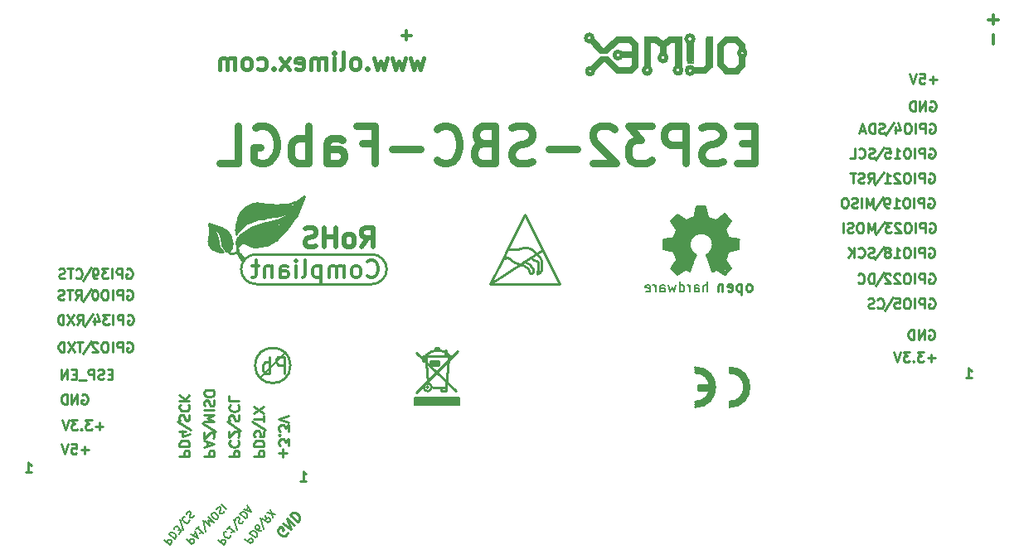
<source format=gbr>
G04 #@! TF.GenerationSoftware,KiCad,Pcbnew,5.1.0-rc2-unknown-036be7d~80~ubuntu16.04.1*
G04 #@! TF.CreationDate,2023-05-31T16:01:49+03:00*
G04 #@! TF.ProjectId,ESP32-SBC-FabGL_Rev_B,45535033-322d-4534-9243-2d466162474c,B*
G04 #@! TF.SameCoordinates,Original*
G04 #@! TF.FileFunction,Legend,Bot*
G04 #@! TF.FilePolarity,Positive*
%FSLAX46Y46*%
G04 Gerber Fmt 4.6, Leading zero omitted, Abs format (unit mm)*
G04 Created by KiCad (PCBNEW 5.1.0-rc2-unknown-036be7d~80~ubuntu16.04.1) date 2023-05-31 16:01:49*
%MOMM*%
%LPD*%
G04 APERTURE LIST*
%ADD10C,0.254000*%
%ADD11C,0.190500*%
%ADD12C,0.317500*%
%ADD13C,0.444500*%
%ADD14C,0.762000*%
%ADD15C,0.508000*%
%ADD16C,0.127000*%
%ADD17C,0.150000*%
%ADD18C,0.200000*%
%ADD19C,0.420000*%
%ADD20C,0.370000*%
%ADD21C,0.400000*%
%ADD22C,0.380000*%
%ADD23C,1.000000*%
%ADD24C,0.700000*%
%ADD25C,0.500000*%
%ADD26C,0.100000*%
%ADD27C,0.300000*%
%ADD28C,0.350000*%
%ADD29C,0.180000*%
G04 APERTURE END LIST*
D10*
X199734714Y-98630619D02*
X200315285Y-98630619D01*
X200025000Y-98630619D02*
X200025000Y-97614619D01*
X200121761Y-97759761D01*
X200218523Y-97856523D01*
X200315285Y-97904904D01*
X131789714Y-109171619D02*
X132370285Y-109171619D01*
X132080000Y-109171619D02*
X132080000Y-108155619D01*
X132176761Y-108300761D01*
X132273523Y-108397523D01*
X132370285Y-108445904D01*
X103722714Y-108282619D02*
X104303285Y-108282619D01*
X104013000Y-108282619D02*
X104013000Y-107266619D01*
X104109761Y-107411761D01*
X104206523Y-107508523D01*
X104303285Y-107556904D01*
X119428380Y-106601380D02*
X120444380Y-106601380D01*
X120444380Y-106214333D01*
X120396000Y-106117571D01*
X120347619Y-106069190D01*
X120250857Y-106020809D01*
X120105714Y-106020809D01*
X120008952Y-106069190D01*
X119960571Y-106117571D01*
X119912190Y-106214333D01*
X119912190Y-106601380D01*
X119428380Y-105585380D02*
X120444380Y-105585380D01*
X120444380Y-105343476D01*
X120396000Y-105198333D01*
X120299238Y-105101571D01*
X120202476Y-105053190D01*
X120008952Y-105004809D01*
X119863809Y-105004809D01*
X119670285Y-105053190D01*
X119573523Y-105101571D01*
X119476761Y-105198333D01*
X119428380Y-105343476D01*
X119428380Y-105585380D01*
X120105714Y-104133952D02*
X119428380Y-104133952D01*
X120492761Y-104375857D02*
X119767047Y-104617761D01*
X119767047Y-103988809D01*
X120541142Y-103940428D02*
X119234857Y-103069571D01*
X119476761Y-102972809D02*
X119428380Y-102827666D01*
X119428380Y-102585761D01*
X119476761Y-102489000D01*
X119525142Y-102440619D01*
X119621904Y-102392238D01*
X119718666Y-102392238D01*
X119815428Y-102440619D01*
X119863809Y-102489000D01*
X119912190Y-102585761D01*
X119960571Y-102779285D01*
X120008952Y-102876047D01*
X120057333Y-102924428D01*
X120154095Y-102972809D01*
X120250857Y-102972809D01*
X120347619Y-102924428D01*
X120396000Y-102876047D01*
X120444380Y-102779285D01*
X120444380Y-102537380D01*
X120396000Y-102392238D01*
X119525142Y-101376238D02*
X119476761Y-101424619D01*
X119428380Y-101569761D01*
X119428380Y-101666523D01*
X119476761Y-101811666D01*
X119573523Y-101908428D01*
X119670285Y-101956809D01*
X119863809Y-102005190D01*
X120008952Y-102005190D01*
X120202476Y-101956809D01*
X120299238Y-101908428D01*
X120396000Y-101811666D01*
X120444380Y-101666523D01*
X120444380Y-101569761D01*
X120396000Y-101424619D01*
X120347619Y-101376238D01*
X119428380Y-100940809D02*
X120444380Y-100940809D01*
X119428380Y-100360238D02*
X120008952Y-100795666D01*
X120444380Y-100360238D02*
X119863809Y-100940809D01*
X121968380Y-106613476D02*
X122984380Y-106613476D01*
X122984380Y-106226428D01*
X122936000Y-106129666D01*
X122887619Y-106081285D01*
X122790857Y-106032904D01*
X122645714Y-106032904D01*
X122548952Y-106081285D01*
X122500571Y-106129666D01*
X122452190Y-106226428D01*
X122452190Y-106613476D01*
X122258666Y-105645857D02*
X122258666Y-105162047D01*
X121968380Y-105742619D02*
X122984380Y-105403952D01*
X121968380Y-105065285D01*
X122887619Y-104775000D02*
X122936000Y-104726619D01*
X122984380Y-104629857D01*
X122984380Y-104387952D01*
X122936000Y-104291190D01*
X122887619Y-104242809D01*
X122790857Y-104194428D01*
X122694095Y-104194428D01*
X122548952Y-104242809D01*
X121968380Y-104823380D01*
X121968380Y-104194428D01*
X123081142Y-104097666D02*
X121774857Y-103226809D01*
X121968380Y-103081666D02*
X122984380Y-103081666D01*
X122258666Y-102743000D01*
X122984380Y-102404333D01*
X121968380Y-102404333D01*
X121968380Y-101920523D02*
X122984380Y-101920523D01*
X122016761Y-101485095D02*
X121968380Y-101339952D01*
X121968380Y-101098047D01*
X122016761Y-101001285D01*
X122065142Y-100952904D01*
X122161904Y-100904523D01*
X122258666Y-100904523D01*
X122355428Y-100952904D01*
X122403809Y-101001285D01*
X122452190Y-101098047D01*
X122500571Y-101291571D01*
X122548952Y-101388333D01*
X122597333Y-101436714D01*
X122694095Y-101485095D01*
X122790857Y-101485095D01*
X122887619Y-101436714D01*
X122936000Y-101388333D01*
X122984380Y-101291571D01*
X122984380Y-101049666D01*
X122936000Y-100904523D01*
X122984380Y-100275571D02*
X122984380Y-100082047D01*
X122936000Y-99985285D01*
X122839238Y-99888523D01*
X122645714Y-99840142D01*
X122307047Y-99840142D01*
X122113523Y-99888523D01*
X122016761Y-99985285D01*
X121968380Y-100082047D01*
X121968380Y-100275571D01*
X122016761Y-100372333D01*
X122113523Y-100469095D01*
X122307047Y-100517476D01*
X122645714Y-100517476D01*
X122839238Y-100469095D01*
X122936000Y-100372333D01*
X122984380Y-100275571D01*
X124508380Y-106631619D02*
X125524380Y-106631619D01*
X125524380Y-106244571D01*
X125476000Y-106147809D01*
X125427619Y-106099428D01*
X125330857Y-106051047D01*
X125185714Y-106051047D01*
X125088952Y-106099428D01*
X125040571Y-106147809D01*
X124992190Y-106244571D01*
X124992190Y-106631619D01*
X124605142Y-105035047D02*
X124556761Y-105083428D01*
X124508380Y-105228571D01*
X124508380Y-105325333D01*
X124556761Y-105470476D01*
X124653523Y-105567238D01*
X124750285Y-105615619D01*
X124943809Y-105664000D01*
X125088952Y-105664000D01*
X125282476Y-105615619D01*
X125379238Y-105567238D01*
X125476000Y-105470476D01*
X125524380Y-105325333D01*
X125524380Y-105228571D01*
X125476000Y-105083428D01*
X125427619Y-105035047D01*
X125427619Y-104648000D02*
X125476000Y-104599619D01*
X125524380Y-104502857D01*
X125524380Y-104260952D01*
X125476000Y-104164190D01*
X125427619Y-104115809D01*
X125330857Y-104067428D01*
X125234095Y-104067428D01*
X125088952Y-104115809D01*
X124508380Y-104696380D01*
X124508380Y-104067428D01*
X125621142Y-103970666D02*
X124314857Y-103099809D01*
X124556761Y-103003047D02*
X124508380Y-102857904D01*
X124508380Y-102616000D01*
X124556761Y-102519238D01*
X124605142Y-102470857D01*
X124701904Y-102422476D01*
X124798666Y-102422476D01*
X124895428Y-102470857D01*
X124943809Y-102519238D01*
X124992190Y-102616000D01*
X125040571Y-102809523D01*
X125088952Y-102906285D01*
X125137333Y-102954666D01*
X125234095Y-103003047D01*
X125330857Y-103003047D01*
X125427619Y-102954666D01*
X125476000Y-102906285D01*
X125524380Y-102809523D01*
X125524380Y-102567619D01*
X125476000Y-102422476D01*
X124605142Y-101406476D02*
X124556761Y-101454857D01*
X124508380Y-101600000D01*
X124508380Y-101696761D01*
X124556761Y-101841904D01*
X124653523Y-101938666D01*
X124750285Y-101987047D01*
X124943809Y-102035428D01*
X125088952Y-102035428D01*
X125282476Y-101987047D01*
X125379238Y-101938666D01*
X125476000Y-101841904D01*
X125524380Y-101696761D01*
X125524380Y-101600000D01*
X125476000Y-101454857D01*
X125427619Y-101406476D01*
X124508380Y-100487238D02*
X124508380Y-100971047D01*
X125524380Y-100971047D01*
X127048380Y-106607428D02*
X128064380Y-106607428D01*
X128064380Y-106220380D01*
X128016000Y-106123619D01*
X127967619Y-106075238D01*
X127870857Y-106026857D01*
X127725714Y-106026857D01*
X127628952Y-106075238D01*
X127580571Y-106123619D01*
X127532190Y-106220380D01*
X127532190Y-106607428D01*
X127048380Y-105591428D02*
X128064380Y-105591428D01*
X128064380Y-105349523D01*
X128016000Y-105204380D01*
X127919238Y-105107619D01*
X127822476Y-105059238D01*
X127628952Y-105010857D01*
X127483809Y-105010857D01*
X127290285Y-105059238D01*
X127193523Y-105107619D01*
X127096761Y-105204380D01*
X127048380Y-105349523D01*
X127048380Y-105591428D01*
X128064380Y-104091619D02*
X128064380Y-104575428D01*
X127580571Y-104623809D01*
X127628952Y-104575428D01*
X127677333Y-104478666D01*
X127677333Y-104236761D01*
X127628952Y-104140000D01*
X127580571Y-104091619D01*
X127483809Y-104043238D01*
X127241904Y-104043238D01*
X127145142Y-104091619D01*
X127096761Y-104140000D01*
X127048380Y-104236761D01*
X127048380Y-104478666D01*
X127096761Y-104575428D01*
X127145142Y-104623809D01*
X128161142Y-103946476D02*
X126854857Y-103075619D01*
X128064380Y-103075619D02*
X128064380Y-102495047D01*
X127048380Y-102785333D02*
X128064380Y-102785333D01*
X128064380Y-102253142D02*
X127048380Y-101575809D01*
X128064380Y-101575809D02*
X127048380Y-102253142D01*
D11*
X117868099Y-115184533D02*
X118451824Y-115674337D01*
X118638417Y-115451965D01*
X118657268Y-115373048D01*
X118652796Y-115321928D01*
X118620527Y-115247483D01*
X118537137Y-115177511D01*
X118458220Y-115158659D01*
X118407100Y-115163132D01*
X118332655Y-115195401D01*
X118146063Y-115417773D01*
X118357903Y-114600807D02*
X118941629Y-115090611D01*
X119058249Y-114951629D01*
X119100424Y-114844915D01*
X119091479Y-114742674D01*
X119059210Y-114668230D01*
X118971349Y-114547137D01*
X118887959Y-114477165D01*
X118753449Y-114411666D01*
X118674532Y-114392814D01*
X118572291Y-114401759D01*
X118474523Y-114461824D01*
X118357903Y-114600807D01*
X119384785Y-114562478D02*
X119687997Y-114201124D01*
X119302357Y-114209107D01*
X119372329Y-114125718D01*
X119391181Y-114046801D01*
X119386708Y-113995680D01*
X119354439Y-113921236D01*
X119215457Y-113804616D01*
X119136540Y-113785764D01*
X119085419Y-113790237D01*
X119010975Y-113822506D01*
X118871031Y-113989284D01*
X118852179Y-114068201D01*
X118856652Y-114119322D01*
X119790238Y-114192179D02*
X119459565Y-113062094D01*
X119976204Y-112785091D02*
X119925084Y-112789564D01*
X119827315Y-112849629D01*
X119780667Y-112905222D01*
X119738492Y-113011935D01*
X119747437Y-113114176D01*
X119779706Y-113188621D01*
X119867567Y-113309713D01*
X119950957Y-113379685D01*
X120085467Y-113445185D01*
X120164384Y-113464037D01*
X120266625Y-113455092D01*
X120364393Y-113395026D01*
X120411041Y-113339433D01*
X120453217Y-113232720D01*
X120448744Y-113181599D01*
X120135000Y-112539395D02*
X120177175Y-112432682D01*
X120293795Y-112293700D01*
X120368240Y-112261431D01*
X120419360Y-112256958D01*
X120498277Y-112275810D01*
X120553870Y-112322458D01*
X120586139Y-112396902D01*
X120590612Y-112448023D01*
X120571760Y-112526940D01*
X120506261Y-112661450D01*
X120487409Y-112740367D01*
X120491881Y-112791487D01*
X120524150Y-112865932D01*
X120579743Y-112912580D01*
X120658660Y-112931431D01*
X120709781Y-112926959D01*
X120784225Y-112894690D01*
X120900845Y-112755707D01*
X120943021Y-112648994D01*
X120147027Y-115077472D02*
X120685843Y-115616287D01*
X120891106Y-115411024D01*
X120916764Y-115334051D01*
X120916764Y-115282735D01*
X120891106Y-115205761D01*
X120814132Y-115128788D01*
X120737159Y-115103130D01*
X120685843Y-115103130D01*
X120608869Y-115128788D01*
X120403606Y-115334051D01*
X120814132Y-114718262D02*
X121070711Y-114461683D01*
X120608869Y-114615630D02*
X121327290Y-114974840D01*
X120968079Y-114256420D01*
X121429921Y-113794578D02*
X121122027Y-114102473D01*
X121275974Y-113948525D02*
X121814789Y-114487341D01*
X121686500Y-114461683D01*
X121583868Y-114461683D01*
X121506895Y-114487341D01*
X122071368Y-114333394D02*
X121840447Y-113178789D01*
X122020052Y-113204447D02*
X122558868Y-113743262D01*
X122353605Y-113178789D01*
X122918078Y-113384052D01*
X122379262Y-112845237D01*
X123277288Y-113024842D02*
X123379920Y-112922211D01*
X123405577Y-112845237D01*
X123405577Y-112742605D01*
X123328604Y-112614316D01*
X123148999Y-112434711D01*
X123020709Y-112357737D01*
X122918078Y-112357737D01*
X122841104Y-112383395D01*
X122738473Y-112486027D01*
X122712815Y-112563000D01*
X122712815Y-112665632D01*
X122789788Y-112793921D01*
X122969394Y-112973526D01*
X123097683Y-113050500D01*
X123200314Y-113050500D01*
X123277288Y-113024842D01*
X123200314Y-112075501D02*
X123251630Y-111972869D01*
X123379920Y-111844580D01*
X123456893Y-111818922D01*
X123508209Y-111818922D01*
X123585183Y-111844580D01*
X123636498Y-111895896D01*
X123662156Y-111972869D01*
X123662156Y-112024185D01*
X123636498Y-112101159D01*
X123559525Y-112229448D01*
X123533867Y-112306422D01*
X123533867Y-112357737D01*
X123559525Y-112434711D01*
X123610840Y-112486027D01*
X123687814Y-112511685D01*
X123739130Y-112511685D01*
X123816103Y-112486027D01*
X123944393Y-112357737D01*
X123995709Y-112255106D01*
X123713472Y-111511027D02*
X124252287Y-112049843D01*
X123373183Y-115180701D02*
X123956908Y-115670505D01*
X124143500Y-115448133D01*
X124162352Y-115369216D01*
X124157880Y-115318096D01*
X124125611Y-115243651D01*
X124042221Y-115173679D01*
X123963304Y-115154828D01*
X123912184Y-115159300D01*
X123837739Y-115191569D01*
X123651147Y-115413941D01*
X124198468Y-114310065D02*
X124147347Y-114314538D01*
X124049579Y-114374603D01*
X124002931Y-114430196D01*
X123960755Y-114536910D01*
X123969700Y-114639150D01*
X124001969Y-114713595D01*
X124089831Y-114834687D01*
X124173220Y-114904659D01*
X124307730Y-114970159D01*
X124386647Y-114989011D01*
X124488888Y-114980066D01*
X124586657Y-114920000D01*
X124633305Y-114864407D01*
X124675480Y-114757694D01*
X124671008Y-114706573D01*
X124609355Y-113707488D02*
X124329467Y-114041046D01*
X124469411Y-113874267D02*
X125053137Y-114364071D01*
X124923099Y-114349692D01*
X124820858Y-114358637D01*
X124746414Y-114390906D01*
X125295322Y-114188347D02*
X124964649Y-113058262D01*
X125150280Y-113119290D02*
X125192455Y-113012576D01*
X125309075Y-112873594D01*
X125383520Y-112841325D01*
X125434640Y-112836852D01*
X125513557Y-112855704D01*
X125569150Y-112902352D01*
X125601419Y-112976796D01*
X125605891Y-113027917D01*
X125587040Y-113106834D01*
X125521540Y-113241344D01*
X125502689Y-113320261D01*
X125507161Y-113371381D01*
X125539430Y-113445826D01*
X125595023Y-113492474D01*
X125673940Y-113511325D01*
X125725061Y-113506853D01*
X125799505Y-113474584D01*
X125916125Y-113335601D01*
X125958301Y-113228888D01*
X125612287Y-112512240D02*
X126196013Y-113002044D01*
X126312633Y-112863061D01*
X126354809Y-112756348D01*
X126345864Y-112654107D01*
X126313595Y-112579663D01*
X126225733Y-112458570D01*
X126142344Y-112388598D01*
X126007834Y-112323099D01*
X125928917Y-112304247D01*
X125826676Y-112313192D01*
X125728907Y-112373257D01*
X125612287Y-112512240D01*
X126245546Y-112096254D02*
X126478786Y-111818290D01*
X126032119Y-112011903D02*
X126779113Y-112307132D01*
X126358656Y-111622753D01*
D10*
X130447571Y-114457527D02*
X130422436Y-114562750D01*
X130329140Y-114673935D01*
X130198782Y-114754023D01*
X130062461Y-114765949D01*
X129957238Y-114740814D01*
X129777891Y-114653481D01*
X129666706Y-114560185D01*
X129549556Y-114398728D01*
X129506531Y-114299469D01*
X129494605Y-114163148D01*
X129550839Y-114020863D01*
X129613036Y-113946739D01*
X129743394Y-113866652D01*
X129811555Y-113860689D01*
X130070988Y-114078380D01*
X129946594Y-114226627D01*
X130017319Y-113464934D02*
X130795620Y-114118006D01*
X130390503Y-113020190D01*
X131168804Y-113673263D01*
X130701490Y-112649571D02*
X131479791Y-113302643D01*
X131635284Y-113117333D01*
X131691518Y-112975049D01*
X131679592Y-112838727D01*
X131636567Y-112739468D01*
X131519417Y-112578011D01*
X131408231Y-112484715D01*
X131228885Y-112397383D01*
X131123662Y-112372247D01*
X130987341Y-112384174D01*
X130856983Y-112464261D01*
X130701490Y-112649571D01*
X129975428Y-106680000D02*
X129975428Y-105905904D01*
X129588380Y-106292952D02*
X130362476Y-106292952D01*
X130604380Y-105518857D02*
X130604380Y-104889904D01*
X130217333Y-105228571D01*
X130217333Y-105083428D01*
X130168952Y-104986666D01*
X130120571Y-104938285D01*
X130023809Y-104889904D01*
X129781904Y-104889904D01*
X129685142Y-104938285D01*
X129636761Y-104986666D01*
X129588380Y-105083428D01*
X129588380Y-105373714D01*
X129636761Y-105470476D01*
X129685142Y-105518857D01*
X129685142Y-104454476D02*
X129636761Y-104406095D01*
X129588380Y-104454476D01*
X129636761Y-104502857D01*
X129685142Y-104454476D01*
X129588380Y-104454476D01*
X130604380Y-104067428D02*
X130604380Y-103438476D01*
X130217333Y-103777142D01*
X130217333Y-103632000D01*
X130168952Y-103535238D01*
X130120571Y-103486857D01*
X130023809Y-103438476D01*
X129781904Y-103438476D01*
X129685142Y-103486857D01*
X129636761Y-103535238D01*
X129588380Y-103632000D01*
X129588380Y-103922285D01*
X129636761Y-104019047D01*
X129685142Y-104067428D01*
X130604380Y-103148190D02*
X129588380Y-102809523D01*
X130604380Y-102470857D01*
X196003333Y-75184000D02*
X196100095Y-75135619D01*
X196245238Y-75135619D01*
X196390380Y-75184000D01*
X196487142Y-75280761D01*
X196535523Y-75377523D01*
X196583904Y-75571047D01*
X196583904Y-75716190D01*
X196535523Y-75909714D01*
X196487142Y-76006476D01*
X196390380Y-76103238D01*
X196245238Y-76151619D01*
X196148476Y-76151619D01*
X196003333Y-76103238D01*
X195954952Y-76054857D01*
X195954952Y-75716190D01*
X196148476Y-75716190D01*
X195519523Y-76151619D02*
X195519523Y-75135619D01*
X195132476Y-75135619D01*
X195035714Y-75184000D01*
X194987333Y-75232380D01*
X194938952Y-75329142D01*
X194938952Y-75474285D01*
X194987333Y-75571047D01*
X195035714Y-75619428D01*
X195132476Y-75667809D01*
X195519523Y-75667809D01*
X194503523Y-76151619D02*
X194503523Y-75135619D01*
X193826190Y-75135619D02*
X193632666Y-75135619D01*
X193535904Y-75184000D01*
X193439142Y-75280761D01*
X193390761Y-75474285D01*
X193390761Y-75812952D01*
X193439142Y-76006476D01*
X193535904Y-76103238D01*
X193632666Y-76151619D01*
X193826190Y-76151619D01*
X193922952Y-76103238D01*
X194019714Y-76006476D01*
X194068095Y-75812952D01*
X194068095Y-75474285D01*
X194019714Y-75280761D01*
X193922952Y-75184000D01*
X193826190Y-75135619D01*
X192423142Y-76151619D02*
X193003714Y-76151619D01*
X192713428Y-76151619D02*
X192713428Y-75135619D01*
X192810190Y-75280761D01*
X192906952Y-75377523D01*
X193003714Y-75425904D01*
X191503904Y-75135619D02*
X191987714Y-75135619D01*
X192036095Y-75619428D01*
X191987714Y-75571047D01*
X191890952Y-75522666D01*
X191649047Y-75522666D01*
X191552285Y-75571047D01*
X191503904Y-75619428D01*
X191455523Y-75716190D01*
X191455523Y-75958095D01*
X191503904Y-76054857D01*
X191552285Y-76103238D01*
X191649047Y-76151619D01*
X191890952Y-76151619D01*
X191987714Y-76103238D01*
X192036095Y-76054857D01*
X191358761Y-75038857D02*
X190487904Y-76345142D01*
X190391142Y-76103238D02*
X190246000Y-76151619D01*
X190004095Y-76151619D01*
X189907333Y-76103238D01*
X189858952Y-76054857D01*
X189810571Y-75958095D01*
X189810571Y-75861333D01*
X189858952Y-75764571D01*
X189907333Y-75716190D01*
X190004095Y-75667809D01*
X190197619Y-75619428D01*
X190294380Y-75571047D01*
X190342761Y-75522666D01*
X190391142Y-75425904D01*
X190391142Y-75329142D01*
X190342761Y-75232380D01*
X190294380Y-75184000D01*
X190197619Y-75135619D01*
X189955714Y-75135619D01*
X189810571Y-75184000D01*
X188794571Y-76054857D02*
X188842952Y-76103238D01*
X188988095Y-76151619D01*
X189084857Y-76151619D01*
X189230000Y-76103238D01*
X189326761Y-76006476D01*
X189375142Y-75909714D01*
X189423523Y-75716190D01*
X189423523Y-75571047D01*
X189375142Y-75377523D01*
X189326761Y-75280761D01*
X189230000Y-75184000D01*
X189084857Y-75135619D01*
X188988095Y-75135619D01*
X188842952Y-75184000D01*
X188794571Y-75232380D01*
X187875333Y-76151619D02*
X188359142Y-76151619D01*
X188359142Y-75135619D01*
D11*
X126123099Y-115057533D02*
X126706824Y-115547337D01*
X126893417Y-115324965D01*
X126912268Y-115246048D01*
X126907796Y-115194928D01*
X126875527Y-115120483D01*
X126792137Y-115050511D01*
X126713220Y-115031659D01*
X126662100Y-115036132D01*
X126587655Y-115068401D01*
X126401063Y-115290773D01*
X126612903Y-114473807D02*
X127196629Y-114963611D01*
X127313249Y-114824629D01*
X127355424Y-114717915D01*
X127346479Y-114615674D01*
X127314210Y-114541230D01*
X127226349Y-114420137D01*
X127142959Y-114350165D01*
X127008449Y-114284666D01*
X126929532Y-114265814D01*
X126827291Y-114274759D01*
X126729523Y-114334824D01*
X126612903Y-114473807D01*
X127896349Y-114129717D02*
X127803053Y-114240903D01*
X127728608Y-114273172D01*
X127677488Y-114277644D01*
X127547450Y-114263265D01*
X127412941Y-114197765D01*
X127190569Y-114011173D01*
X127158300Y-113936729D01*
X127153827Y-113885608D01*
X127172679Y-113806691D01*
X127265975Y-113695506D01*
X127340419Y-113663237D01*
X127391540Y-113658764D01*
X127470457Y-113677616D01*
X127609439Y-113794236D01*
X127641708Y-113868680D01*
X127646181Y-113919801D01*
X127627329Y-113998718D01*
X127534033Y-114109904D01*
X127459589Y-114142172D01*
X127408468Y-114146645D01*
X127329551Y-114127793D01*
X128045238Y-114065179D02*
X127714565Y-112935094D01*
X128175611Y-112611443D02*
X128290308Y-113039259D01*
X127895723Y-112945001D02*
X128479449Y-113434805D01*
X128666041Y-113212433D01*
X128684893Y-113133516D01*
X128680420Y-113082396D01*
X128648151Y-113007951D01*
X128564762Y-112937979D01*
X128485845Y-112919128D01*
X128434724Y-112923600D01*
X128360280Y-112955869D01*
X128173688Y-113178241D01*
X128922605Y-112906672D02*
X128665415Y-112027717D01*
X129249141Y-112517522D02*
X128338879Y-112416868D01*
D10*
X196051714Y-72644000D02*
X196148476Y-72595619D01*
X196293619Y-72595619D01*
X196438761Y-72644000D01*
X196535523Y-72740761D01*
X196583904Y-72837523D01*
X196632285Y-73031047D01*
X196632285Y-73176190D01*
X196583904Y-73369714D01*
X196535523Y-73466476D01*
X196438761Y-73563238D01*
X196293619Y-73611619D01*
X196196857Y-73611619D01*
X196051714Y-73563238D01*
X196003333Y-73514857D01*
X196003333Y-73176190D01*
X196196857Y-73176190D01*
X195567904Y-73611619D02*
X195567904Y-72595619D01*
X195180857Y-72595619D01*
X195084095Y-72644000D01*
X195035714Y-72692380D01*
X194987333Y-72789142D01*
X194987333Y-72934285D01*
X195035714Y-73031047D01*
X195084095Y-73079428D01*
X195180857Y-73127809D01*
X195567904Y-73127809D01*
X194551904Y-73611619D02*
X194551904Y-72595619D01*
X193874571Y-72595619D02*
X193681047Y-72595619D01*
X193584285Y-72644000D01*
X193487523Y-72740761D01*
X193439142Y-72934285D01*
X193439142Y-73272952D01*
X193487523Y-73466476D01*
X193584285Y-73563238D01*
X193681047Y-73611619D01*
X193874571Y-73611619D01*
X193971333Y-73563238D01*
X194068095Y-73466476D01*
X194116476Y-73272952D01*
X194116476Y-72934285D01*
X194068095Y-72740761D01*
X193971333Y-72644000D01*
X193874571Y-72595619D01*
X192568285Y-72934285D02*
X192568285Y-73611619D01*
X192810190Y-72547238D02*
X193052095Y-73272952D01*
X192423142Y-73272952D01*
X192374761Y-72498857D02*
X191503904Y-73805142D01*
X191407142Y-73563238D02*
X191262000Y-73611619D01*
X191020095Y-73611619D01*
X190923333Y-73563238D01*
X190874952Y-73514857D01*
X190826571Y-73418095D01*
X190826571Y-73321333D01*
X190874952Y-73224571D01*
X190923333Y-73176190D01*
X191020095Y-73127809D01*
X191213619Y-73079428D01*
X191310380Y-73031047D01*
X191358761Y-72982666D01*
X191407142Y-72885904D01*
X191407142Y-72789142D01*
X191358761Y-72692380D01*
X191310380Y-72644000D01*
X191213619Y-72595619D01*
X190971714Y-72595619D01*
X190826571Y-72644000D01*
X190391142Y-73611619D02*
X190391142Y-72595619D01*
X190149238Y-72595619D01*
X190004095Y-72644000D01*
X189907333Y-72740761D01*
X189858952Y-72837523D01*
X189810571Y-73031047D01*
X189810571Y-73176190D01*
X189858952Y-73369714D01*
X189907333Y-73466476D01*
X190004095Y-73563238D01*
X190149238Y-73611619D01*
X190391142Y-73611619D01*
X189423523Y-73321333D02*
X188939714Y-73321333D01*
X189520285Y-73611619D02*
X189181619Y-72595619D01*
X188842952Y-73611619D01*
X195979142Y-77724000D02*
X196075904Y-77675619D01*
X196221047Y-77675619D01*
X196366190Y-77724000D01*
X196462952Y-77820761D01*
X196511333Y-77917523D01*
X196559714Y-78111047D01*
X196559714Y-78256190D01*
X196511333Y-78449714D01*
X196462952Y-78546476D01*
X196366190Y-78643238D01*
X196221047Y-78691619D01*
X196124285Y-78691619D01*
X195979142Y-78643238D01*
X195930761Y-78594857D01*
X195930761Y-78256190D01*
X196124285Y-78256190D01*
X195495333Y-78691619D02*
X195495333Y-77675619D01*
X195108285Y-77675619D01*
X195011523Y-77724000D01*
X194963142Y-77772380D01*
X194914761Y-77869142D01*
X194914761Y-78014285D01*
X194963142Y-78111047D01*
X195011523Y-78159428D01*
X195108285Y-78207809D01*
X195495333Y-78207809D01*
X194479333Y-78691619D02*
X194479333Y-77675619D01*
X193802000Y-77675619D02*
X193608476Y-77675619D01*
X193511714Y-77724000D01*
X193414952Y-77820761D01*
X193366571Y-78014285D01*
X193366571Y-78352952D01*
X193414952Y-78546476D01*
X193511714Y-78643238D01*
X193608476Y-78691619D01*
X193802000Y-78691619D01*
X193898761Y-78643238D01*
X193995523Y-78546476D01*
X194043904Y-78352952D01*
X194043904Y-78014285D01*
X193995523Y-77820761D01*
X193898761Y-77724000D01*
X193802000Y-77675619D01*
X192979523Y-77772380D02*
X192931142Y-77724000D01*
X192834380Y-77675619D01*
X192592476Y-77675619D01*
X192495714Y-77724000D01*
X192447333Y-77772380D01*
X192398952Y-77869142D01*
X192398952Y-77965904D01*
X192447333Y-78111047D01*
X193027904Y-78691619D01*
X192398952Y-78691619D01*
X191431333Y-78691619D02*
X192011904Y-78691619D01*
X191721619Y-78691619D02*
X191721619Y-77675619D01*
X191818380Y-77820761D01*
X191915142Y-77917523D01*
X192011904Y-77965904D01*
X191334571Y-77578857D02*
X190463714Y-78885142D01*
X189738000Y-78691619D02*
X190076666Y-78207809D01*
X190318571Y-78691619D02*
X190318571Y-77675619D01*
X189931523Y-77675619D01*
X189834761Y-77724000D01*
X189786380Y-77772380D01*
X189738000Y-77869142D01*
X189738000Y-78014285D01*
X189786380Y-78111047D01*
X189834761Y-78159428D01*
X189931523Y-78207809D01*
X190318571Y-78207809D01*
X189350952Y-78643238D02*
X189205809Y-78691619D01*
X188963904Y-78691619D01*
X188867142Y-78643238D01*
X188818761Y-78594857D01*
X188770380Y-78498095D01*
X188770380Y-78401333D01*
X188818761Y-78304571D01*
X188867142Y-78256190D01*
X188963904Y-78207809D01*
X189157428Y-78159428D01*
X189254190Y-78111047D01*
X189302571Y-78062666D01*
X189350952Y-77965904D01*
X189350952Y-77869142D01*
X189302571Y-77772380D01*
X189254190Y-77724000D01*
X189157428Y-77675619D01*
X188915523Y-77675619D01*
X188770380Y-77724000D01*
X188480095Y-77675619D02*
X187899523Y-77675619D01*
X188189809Y-78691619D02*
X188189809Y-77675619D01*
X195930761Y-80264000D02*
X196027523Y-80215619D01*
X196172666Y-80215619D01*
X196317809Y-80264000D01*
X196414571Y-80360761D01*
X196462952Y-80457523D01*
X196511333Y-80651047D01*
X196511333Y-80796190D01*
X196462952Y-80989714D01*
X196414571Y-81086476D01*
X196317809Y-81183238D01*
X196172666Y-81231619D01*
X196075904Y-81231619D01*
X195930761Y-81183238D01*
X195882380Y-81134857D01*
X195882380Y-80796190D01*
X196075904Y-80796190D01*
X195446952Y-81231619D02*
X195446952Y-80215619D01*
X195059904Y-80215619D01*
X194963142Y-80264000D01*
X194914761Y-80312380D01*
X194866380Y-80409142D01*
X194866380Y-80554285D01*
X194914761Y-80651047D01*
X194963142Y-80699428D01*
X195059904Y-80747809D01*
X195446952Y-80747809D01*
X194430952Y-81231619D02*
X194430952Y-80215619D01*
X193753619Y-80215619D02*
X193560095Y-80215619D01*
X193463333Y-80264000D01*
X193366571Y-80360761D01*
X193318190Y-80554285D01*
X193318190Y-80892952D01*
X193366571Y-81086476D01*
X193463333Y-81183238D01*
X193560095Y-81231619D01*
X193753619Y-81231619D01*
X193850380Y-81183238D01*
X193947142Y-81086476D01*
X193995523Y-80892952D01*
X193995523Y-80554285D01*
X193947142Y-80360761D01*
X193850380Y-80264000D01*
X193753619Y-80215619D01*
X192350571Y-81231619D02*
X192931142Y-81231619D01*
X192640857Y-81231619D02*
X192640857Y-80215619D01*
X192737619Y-80360761D01*
X192834380Y-80457523D01*
X192931142Y-80505904D01*
X191866761Y-81231619D02*
X191673238Y-81231619D01*
X191576476Y-81183238D01*
X191528095Y-81134857D01*
X191431333Y-80989714D01*
X191382952Y-80796190D01*
X191382952Y-80409142D01*
X191431333Y-80312380D01*
X191479714Y-80264000D01*
X191576476Y-80215619D01*
X191770000Y-80215619D01*
X191866761Y-80264000D01*
X191915142Y-80312380D01*
X191963523Y-80409142D01*
X191963523Y-80651047D01*
X191915142Y-80747809D01*
X191866761Y-80796190D01*
X191770000Y-80844571D01*
X191576476Y-80844571D01*
X191479714Y-80796190D01*
X191431333Y-80747809D01*
X191382952Y-80651047D01*
X191286190Y-80118857D02*
X190415333Y-81425142D01*
X190270190Y-81231619D02*
X190270190Y-80215619D01*
X189931523Y-80941333D01*
X189592857Y-80215619D01*
X189592857Y-81231619D01*
X189109047Y-81231619D02*
X189109047Y-80215619D01*
X188673619Y-81183238D02*
X188528476Y-81231619D01*
X188286571Y-81231619D01*
X188189809Y-81183238D01*
X188141428Y-81134857D01*
X188093047Y-81038095D01*
X188093047Y-80941333D01*
X188141428Y-80844571D01*
X188189809Y-80796190D01*
X188286571Y-80747809D01*
X188480095Y-80699428D01*
X188576857Y-80651047D01*
X188625238Y-80602666D01*
X188673619Y-80505904D01*
X188673619Y-80409142D01*
X188625238Y-80312380D01*
X188576857Y-80264000D01*
X188480095Y-80215619D01*
X188238190Y-80215619D01*
X188093047Y-80264000D01*
X187464095Y-80215619D02*
X187270571Y-80215619D01*
X187173809Y-80264000D01*
X187077047Y-80360761D01*
X187028666Y-80554285D01*
X187028666Y-80892952D01*
X187077047Y-81086476D01*
X187173809Y-81183238D01*
X187270571Y-81231619D01*
X187464095Y-81231619D01*
X187560857Y-81183238D01*
X187657619Y-81086476D01*
X187706000Y-80892952D01*
X187706000Y-80554285D01*
X187657619Y-80360761D01*
X187560857Y-80264000D01*
X187464095Y-80215619D01*
X196057761Y-82804000D02*
X196154523Y-82755619D01*
X196299666Y-82755619D01*
X196444809Y-82804000D01*
X196541571Y-82900761D01*
X196589952Y-82997523D01*
X196638333Y-83191047D01*
X196638333Y-83336190D01*
X196589952Y-83529714D01*
X196541571Y-83626476D01*
X196444809Y-83723238D01*
X196299666Y-83771619D01*
X196202904Y-83771619D01*
X196057761Y-83723238D01*
X196009380Y-83674857D01*
X196009380Y-83336190D01*
X196202904Y-83336190D01*
X195573952Y-83771619D02*
X195573952Y-82755619D01*
X195186904Y-82755619D01*
X195090142Y-82804000D01*
X195041761Y-82852380D01*
X194993380Y-82949142D01*
X194993380Y-83094285D01*
X195041761Y-83191047D01*
X195090142Y-83239428D01*
X195186904Y-83287809D01*
X195573952Y-83287809D01*
X194557952Y-83771619D02*
X194557952Y-82755619D01*
X193880619Y-82755619D02*
X193687095Y-82755619D01*
X193590333Y-82804000D01*
X193493571Y-82900761D01*
X193445190Y-83094285D01*
X193445190Y-83432952D01*
X193493571Y-83626476D01*
X193590333Y-83723238D01*
X193687095Y-83771619D01*
X193880619Y-83771619D01*
X193977380Y-83723238D01*
X194074142Y-83626476D01*
X194122523Y-83432952D01*
X194122523Y-83094285D01*
X194074142Y-82900761D01*
X193977380Y-82804000D01*
X193880619Y-82755619D01*
X193058142Y-82852380D02*
X193009761Y-82804000D01*
X192913000Y-82755619D01*
X192671095Y-82755619D01*
X192574333Y-82804000D01*
X192525952Y-82852380D01*
X192477571Y-82949142D01*
X192477571Y-83045904D01*
X192525952Y-83191047D01*
X193106523Y-83771619D01*
X192477571Y-83771619D01*
X192138904Y-82755619D02*
X191509952Y-82755619D01*
X191848619Y-83142666D01*
X191703476Y-83142666D01*
X191606714Y-83191047D01*
X191558333Y-83239428D01*
X191509952Y-83336190D01*
X191509952Y-83578095D01*
X191558333Y-83674857D01*
X191606714Y-83723238D01*
X191703476Y-83771619D01*
X191993761Y-83771619D01*
X192090523Y-83723238D01*
X192138904Y-83674857D01*
X191413190Y-82658857D02*
X190542333Y-83965142D01*
X190397190Y-83771619D02*
X190397190Y-82755619D01*
X190058523Y-83481333D01*
X189719857Y-82755619D01*
X189719857Y-83771619D01*
X189042523Y-82755619D02*
X188849000Y-82755619D01*
X188752238Y-82804000D01*
X188655476Y-82900761D01*
X188607095Y-83094285D01*
X188607095Y-83432952D01*
X188655476Y-83626476D01*
X188752238Y-83723238D01*
X188849000Y-83771619D01*
X189042523Y-83771619D01*
X189139285Y-83723238D01*
X189236047Y-83626476D01*
X189284428Y-83432952D01*
X189284428Y-83094285D01*
X189236047Y-82900761D01*
X189139285Y-82804000D01*
X189042523Y-82755619D01*
X188220047Y-83723238D02*
X188074904Y-83771619D01*
X187833000Y-83771619D01*
X187736238Y-83723238D01*
X187687857Y-83674857D01*
X187639476Y-83578095D01*
X187639476Y-83481333D01*
X187687857Y-83384571D01*
X187736238Y-83336190D01*
X187833000Y-83287809D01*
X188026523Y-83239428D01*
X188123285Y-83191047D01*
X188171666Y-83142666D01*
X188220047Y-83045904D01*
X188220047Y-82949142D01*
X188171666Y-82852380D01*
X188123285Y-82804000D01*
X188026523Y-82755619D01*
X187784619Y-82755619D01*
X187639476Y-82804000D01*
X187204047Y-83771619D02*
X187204047Y-82755619D01*
X195973095Y-85344000D02*
X196069857Y-85295619D01*
X196215000Y-85295619D01*
X196360142Y-85344000D01*
X196456904Y-85440761D01*
X196505285Y-85537523D01*
X196553666Y-85731047D01*
X196553666Y-85876190D01*
X196505285Y-86069714D01*
X196456904Y-86166476D01*
X196360142Y-86263238D01*
X196215000Y-86311619D01*
X196118238Y-86311619D01*
X195973095Y-86263238D01*
X195924714Y-86214857D01*
X195924714Y-85876190D01*
X196118238Y-85876190D01*
X195489285Y-86311619D02*
X195489285Y-85295619D01*
X195102238Y-85295619D01*
X195005476Y-85344000D01*
X194957095Y-85392380D01*
X194908714Y-85489142D01*
X194908714Y-85634285D01*
X194957095Y-85731047D01*
X195005476Y-85779428D01*
X195102238Y-85827809D01*
X195489285Y-85827809D01*
X194473285Y-86311619D02*
X194473285Y-85295619D01*
X193795952Y-85295619D02*
X193602428Y-85295619D01*
X193505666Y-85344000D01*
X193408904Y-85440761D01*
X193360523Y-85634285D01*
X193360523Y-85972952D01*
X193408904Y-86166476D01*
X193505666Y-86263238D01*
X193602428Y-86311619D01*
X193795952Y-86311619D01*
X193892714Y-86263238D01*
X193989476Y-86166476D01*
X194037857Y-85972952D01*
X194037857Y-85634285D01*
X193989476Y-85440761D01*
X193892714Y-85344000D01*
X193795952Y-85295619D01*
X192392904Y-86311619D02*
X192973476Y-86311619D01*
X192683190Y-86311619D02*
X192683190Y-85295619D01*
X192779952Y-85440761D01*
X192876714Y-85537523D01*
X192973476Y-85585904D01*
X191812333Y-85731047D02*
X191909095Y-85682666D01*
X191957476Y-85634285D01*
X192005857Y-85537523D01*
X192005857Y-85489142D01*
X191957476Y-85392380D01*
X191909095Y-85344000D01*
X191812333Y-85295619D01*
X191618809Y-85295619D01*
X191522047Y-85344000D01*
X191473666Y-85392380D01*
X191425285Y-85489142D01*
X191425285Y-85537523D01*
X191473666Y-85634285D01*
X191522047Y-85682666D01*
X191618809Y-85731047D01*
X191812333Y-85731047D01*
X191909095Y-85779428D01*
X191957476Y-85827809D01*
X192005857Y-85924571D01*
X192005857Y-86118095D01*
X191957476Y-86214857D01*
X191909095Y-86263238D01*
X191812333Y-86311619D01*
X191618809Y-86311619D01*
X191522047Y-86263238D01*
X191473666Y-86214857D01*
X191425285Y-86118095D01*
X191425285Y-85924571D01*
X191473666Y-85827809D01*
X191522047Y-85779428D01*
X191618809Y-85731047D01*
X191328523Y-85198857D02*
X190457666Y-86505142D01*
X190360904Y-86263238D02*
X190215761Y-86311619D01*
X189973857Y-86311619D01*
X189877095Y-86263238D01*
X189828714Y-86214857D01*
X189780333Y-86118095D01*
X189780333Y-86021333D01*
X189828714Y-85924571D01*
X189877095Y-85876190D01*
X189973857Y-85827809D01*
X190167380Y-85779428D01*
X190264142Y-85731047D01*
X190312523Y-85682666D01*
X190360904Y-85585904D01*
X190360904Y-85489142D01*
X190312523Y-85392380D01*
X190264142Y-85344000D01*
X190167380Y-85295619D01*
X189925476Y-85295619D01*
X189780333Y-85344000D01*
X188764333Y-86214857D02*
X188812714Y-86263238D01*
X188957857Y-86311619D01*
X189054619Y-86311619D01*
X189199761Y-86263238D01*
X189296523Y-86166476D01*
X189344904Y-86069714D01*
X189393285Y-85876190D01*
X189393285Y-85731047D01*
X189344904Y-85537523D01*
X189296523Y-85440761D01*
X189199761Y-85344000D01*
X189054619Y-85295619D01*
X188957857Y-85295619D01*
X188812714Y-85344000D01*
X188764333Y-85392380D01*
X188328904Y-86311619D02*
X188328904Y-85295619D01*
X187748333Y-86311619D02*
X188183761Y-85731047D01*
X187748333Y-85295619D02*
X188328904Y-85876190D01*
X195997285Y-88011000D02*
X196094047Y-87962619D01*
X196239190Y-87962619D01*
X196384333Y-88011000D01*
X196481095Y-88107761D01*
X196529476Y-88204523D01*
X196577857Y-88398047D01*
X196577857Y-88543190D01*
X196529476Y-88736714D01*
X196481095Y-88833476D01*
X196384333Y-88930238D01*
X196239190Y-88978619D01*
X196142428Y-88978619D01*
X195997285Y-88930238D01*
X195948904Y-88881857D01*
X195948904Y-88543190D01*
X196142428Y-88543190D01*
X195513476Y-88978619D02*
X195513476Y-87962619D01*
X195126428Y-87962619D01*
X195029666Y-88011000D01*
X194981285Y-88059380D01*
X194932904Y-88156142D01*
X194932904Y-88301285D01*
X194981285Y-88398047D01*
X195029666Y-88446428D01*
X195126428Y-88494809D01*
X195513476Y-88494809D01*
X194497476Y-88978619D02*
X194497476Y-87962619D01*
X193820142Y-87962619D02*
X193626619Y-87962619D01*
X193529857Y-88011000D01*
X193433095Y-88107761D01*
X193384714Y-88301285D01*
X193384714Y-88639952D01*
X193433095Y-88833476D01*
X193529857Y-88930238D01*
X193626619Y-88978619D01*
X193820142Y-88978619D01*
X193916904Y-88930238D01*
X194013666Y-88833476D01*
X194062047Y-88639952D01*
X194062047Y-88301285D01*
X194013666Y-88107761D01*
X193916904Y-88011000D01*
X193820142Y-87962619D01*
X192997666Y-88059380D02*
X192949285Y-88011000D01*
X192852523Y-87962619D01*
X192610619Y-87962619D01*
X192513857Y-88011000D01*
X192465476Y-88059380D01*
X192417095Y-88156142D01*
X192417095Y-88252904D01*
X192465476Y-88398047D01*
X193046047Y-88978619D01*
X192417095Y-88978619D01*
X192030047Y-88059380D02*
X191981666Y-88011000D01*
X191884904Y-87962619D01*
X191643000Y-87962619D01*
X191546238Y-88011000D01*
X191497857Y-88059380D01*
X191449476Y-88156142D01*
X191449476Y-88252904D01*
X191497857Y-88398047D01*
X192078428Y-88978619D01*
X191449476Y-88978619D01*
X191352714Y-87865857D02*
X190481857Y-89172142D01*
X190336714Y-88978619D02*
X190336714Y-87962619D01*
X190094809Y-87962619D01*
X189949666Y-88011000D01*
X189852904Y-88107761D01*
X189804523Y-88204523D01*
X189756142Y-88398047D01*
X189756142Y-88543190D01*
X189804523Y-88736714D01*
X189852904Y-88833476D01*
X189949666Y-88930238D01*
X190094809Y-88978619D01*
X190336714Y-88978619D01*
X188740142Y-88881857D02*
X188788523Y-88930238D01*
X188933666Y-88978619D01*
X189030428Y-88978619D01*
X189175571Y-88930238D01*
X189272333Y-88833476D01*
X189320714Y-88736714D01*
X189369095Y-88543190D01*
X189369095Y-88398047D01*
X189320714Y-88204523D01*
X189272333Y-88107761D01*
X189175571Y-88011000D01*
X189030428Y-87962619D01*
X188933666Y-87962619D01*
X188788523Y-88011000D01*
X188740142Y-88059380D01*
X195997285Y-90551000D02*
X196094047Y-90502619D01*
X196239190Y-90502619D01*
X196384333Y-90551000D01*
X196481095Y-90647761D01*
X196529476Y-90744523D01*
X196577857Y-90938047D01*
X196577857Y-91083190D01*
X196529476Y-91276714D01*
X196481095Y-91373476D01*
X196384333Y-91470238D01*
X196239190Y-91518619D01*
X196142428Y-91518619D01*
X195997285Y-91470238D01*
X195948904Y-91421857D01*
X195948904Y-91083190D01*
X196142428Y-91083190D01*
X195513476Y-91518619D02*
X195513476Y-90502619D01*
X195126428Y-90502619D01*
X195029666Y-90551000D01*
X194981285Y-90599380D01*
X194932904Y-90696142D01*
X194932904Y-90841285D01*
X194981285Y-90938047D01*
X195029666Y-90986428D01*
X195126428Y-91034809D01*
X195513476Y-91034809D01*
X194497476Y-91518619D02*
X194497476Y-90502619D01*
X193820142Y-90502619D02*
X193626619Y-90502619D01*
X193529857Y-90551000D01*
X193433095Y-90647761D01*
X193384714Y-90841285D01*
X193384714Y-91179952D01*
X193433095Y-91373476D01*
X193529857Y-91470238D01*
X193626619Y-91518619D01*
X193820142Y-91518619D01*
X193916904Y-91470238D01*
X194013666Y-91373476D01*
X194062047Y-91179952D01*
X194062047Y-90841285D01*
X194013666Y-90647761D01*
X193916904Y-90551000D01*
X193820142Y-90502619D01*
X192465476Y-90502619D02*
X192949285Y-90502619D01*
X192997666Y-90986428D01*
X192949285Y-90938047D01*
X192852523Y-90889666D01*
X192610619Y-90889666D01*
X192513857Y-90938047D01*
X192465476Y-90986428D01*
X192417095Y-91083190D01*
X192417095Y-91325095D01*
X192465476Y-91421857D01*
X192513857Y-91470238D01*
X192610619Y-91518619D01*
X192852523Y-91518619D01*
X192949285Y-91470238D01*
X192997666Y-91421857D01*
X192320333Y-90405857D02*
X191449476Y-91712142D01*
X190723761Y-91421857D02*
X190772142Y-91470238D01*
X190917285Y-91518619D01*
X191014047Y-91518619D01*
X191159190Y-91470238D01*
X191255952Y-91373476D01*
X191304333Y-91276714D01*
X191352714Y-91083190D01*
X191352714Y-90938047D01*
X191304333Y-90744523D01*
X191255952Y-90647761D01*
X191159190Y-90551000D01*
X191014047Y-90502619D01*
X190917285Y-90502619D01*
X190772142Y-90551000D01*
X190723761Y-90599380D01*
X190336714Y-91470238D02*
X190191571Y-91518619D01*
X189949666Y-91518619D01*
X189852904Y-91470238D01*
X189804523Y-91421857D01*
X189756142Y-91325095D01*
X189756142Y-91228333D01*
X189804523Y-91131571D01*
X189852904Y-91083190D01*
X189949666Y-91034809D01*
X190143190Y-90986428D01*
X190239952Y-90938047D01*
X190288333Y-90889666D01*
X190336714Y-90792904D01*
X190336714Y-90696142D01*
X190288333Y-90599380D01*
X190239952Y-90551000D01*
X190143190Y-90502619D01*
X189901285Y-90502619D01*
X189756142Y-90551000D01*
X196100095Y-70358000D02*
X196196857Y-70309619D01*
X196342000Y-70309619D01*
X196487142Y-70358000D01*
X196583904Y-70454761D01*
X196632285Y-70551523D01*
X196680666Y-70745047D01*
X196680666Y-70890190D01*
X196632285Y-71083714D01*
X196583904Y-71180476D01*
X196487142Y-71277238D01*
X196342000Y-71325619D01*
X196245238Y-71325619D01*
X196100095Y-71277238D01*
X196051714Y-71228857D01*
X196051714Y-70890190D01*
X196245238Y-70890190D01*
X195616285Y-71325619D02*
X195616285Y-70309619D01*
X195035714Y-71325619D01*
X195035714Y-70309619D01*
X194551904Y-71325619D02*
X194551904Y-70309619D01*
X194310000Y-70309619D01*
X194164857Y-70358000D01*
X194068095Y-70454761D01*
X194019714Y-70551523D01*
X193971333Y-70745047D01*
X193971333Y-70890190D01*
X194019714Y-71083714D01*
X194068095Y-71180476D01*
X194164857Y-71277238D01*
X194310000Y-71325619D01*
X194551904Y-71325619D01*
X196759285Y-68144571D02*
X195985190Y-68144571D01*
X196372238Y-68531619D02*
X196372238Y-67757523D01*
X195017571Y-67515619D02*
X195501380Y-67515619D01*
X195549761Y-67999428D01*
X195501380Y-67951047D01*
X195404619Y-67902666D01*
X195162714Y-67902666D01*
X195065952Y-67951047D01*
X195017571Y-67999428D01*
X194969190Y-68096190D01*
X194969190Y-68338095D01*
X195017571Y-68434857D01*
X195065952Y-68483238D01*
X195162714Y-68531619D01*
X195404619Y-68531619D01*
X195501380Y-68483238D01*
X195549761Y-68434857D01*
X194678904Y-67515619D02*
X194340238Y-68531619D01*
X194001571Y-67515619D01*
X195973095Y-93726000D02*
X196069857Y-93677619D01*
X196215000Y-93677619D01*
X196360142Y-93726000D01*
X196456904Y-93822761D01*
X196505285Y-93919523D01*
X196553666Y-94113047D01*
X196553666Y-94258190D01*
X196505285Y-94451714D01*
X196456904Y-94548476D01*
X196360142Y-94645238D01*
X196215000Y-94693619D01*
X196118238Y-94693619D01*
X195973095Y-94645238D01*
X195924714Y-94596857D01*
X195924714Y-94258190D01*
X196118238Y-94258190D01*
X195489285Y-94693619D02*
X195489285Y-93677619D01*
X194908714Y-94693619D01*
X194908714Y-93677619D01*
X194424904Y-94693619D02*
X194424904Y-93677619D01*
X194183000Y-93677619D01*
X194037857Y-93726000D01*
X193941095Y-93822761D01*
X193892714Y-93919523D01*
X193844333Y-94113047D01*
X193844333Y-94258190D01*
X193892714Y-94451714D01*
X193941095Y-94548476D01*
X194037857Y-94645238D01*
X194183000Y-94693619D01*
X194424904Y-94693619D01*
X196596000Y-96592571D02*
X195821904Y-96592571D01*
X196208952Y-96979619D02*
X196208952Y-96205523D01*
X195434857Y-95963619D02*
X194805904Y-95963619D01*
X195144571Y-96350666D01*
X194999428Y-96350666D01*
X194902666Y-96399047D01*
X194854285Y-96447428D01*
X194805904Y-96544190D01*
X194805904Y-96786095D01*
X194854285Y-96882857D01*
X194902666Y-96931238D01*
X194999428Y-96979619D01*
X195289714Y-96979619D01*
X195386476Y-96931238D01*
X195434857Y-96882857D01*
X194370476Y-96882857D02*
X194322095Y-96931238D01*
X194370476Y-96979619D01*
X194418857Y-96931238D01*
X194370476Y-96882857D01*
X194370476Y-96979619D01*
X193983428Y-95963619D02*
X193354476Y-95963619D01*
X193693142Y-96350666D01*
X193548000Y-96350666D01*
X193451238Y-96399047D01*
X193402857Y-96447428D01*
X193354476Y-96544190D01*
X193354476Y-96786095D01*
X193402857Y-96882857D01*
X193451238Y-96931238D01*
X193548000Y-96979619D01*
X193838285Y-96979619D01*
X193935047Y-96931238D01*
X193983428Y-96882857D01*
X193064190Y-95963619D02*
X192725523Y-96979619D01*
X192386857Y-95963619D01*
X114039952Y-87503000D02*
X114136714Y-87454619D01*
X114281857Y-87454619D01*
X114427000Y-87503000D01*
X114523761Y-87599761D01*
X114572142Y-87696523D01*
X114620523Y-87890047D01*
X114620523Y-88035190D01*
X114572142Y-88228714D01*
X114523761Y-88325476D01*
X114427000Y-88422238D01*
X114281857Y-88470619D01*
X114185095Y-88470619D01*
X114039952Y-88422238D01*
X113991571Y-88373857D01*
X113991571Y-88035190D01*
X114185095Y-88035190D01*
X113556142Y-88470619D02*
X113556142Y-87454619D01*
X113169095Y-87454619D01*
X113072333Y-87503000D01*
X113023952Y-87551380D01*
X112975571Y-87648142D01*
X112975571Y-87793285D01*
X113023952Y-87890047D01*
X113072333Y-87938428D01*
X113169095Y-87986809D01*
X113556142Y-87986809D01*
X112540142Y-88470619D02*
X112540142Y-87454619D01*
X112153095Y-87454619D02*
X111524142Y-87454619D01*
X111862809Y-87841666D01*
X111717666Y-87841666D01*
X111620904Y-87890047D01*
X111572523Y-87938428D01*
X111524142Y-88035190D01*
X111524142Y-88277095D01*
X111572523Y-88373857D01*
X111620904Y-88422238D01*
X111717666Y-88470619D01*
X112007952Y-88470619D01*
X112104714Y-88422238D01*
X112153095Y-88373857D01*
X111040333Y-88470619D02*
X110846809Y-88470619D01*
X110750047Y-88422238D01*
X110701666Y-88373857D01*
X110604904Y-88228714D01*
X110556523Y-88035190D01*
X110556523Y-87648142D01*
X110604904Y-87551380D01*
X110653285Y-87503000D01*
X110750047Y-87454619D01*
X110943571Y-87454619D01*
X111040333Y-87503000D01*
X111088714Y-87551380D01*
X111137095Y-87648142D01*
X111137095Y-87890047D01*
X111088714Y-87986809D01*
X111040333Y-88035190D01*
X110943571Y-88083571D01*
X110750047Y-88083571D01*
X110653285Y-88035190D01*
X110604904Y-87986809D01*
X110556523Y-87890047D01*
X110459761Y-87357857D02*
X109588904Y-88664142D01*
X108863190Y-88373857D02*
X108911571Y-88422238D01*
X109056714Y-88470619D01*
X109153476Y-88470619D01*
X109298619Y-88422238D01*
X109395380Y-88325476D01*
X109443761Y-88228714D01*
X109492142Y-88035190D01*
X109492142Y-87890047D01*
X109443761Y-87696523D01*
X109395380Y-87599761D01*
X109298619Y-87503000D01*
X109153476Y-87454619D01*
X109056714Y-87454619D01*
X108911571Y-87503000D01*
X108863190Y-87551380D01*
X108572904Y-87454619D02*
X107992333Y-87454619D01*
X108282619Y-88470619D02*
X108282619Y-87454619D01*
X107702047Y-88422238D02*
X107556904Y-88470619D01*
X107315000Y-88470619D01*
X107218238Y-88422238D01*
X107169857Y-88373857D01*
X107121476Y-88277095D01*
X107121476Y-88180333D01*
X107169857Y-88083571D01*
X107218238Y-88035190D01*
X107315000Y-87986809D01*
X107508523Y-87938428D01*
X107605285Y-87890047D01*
X107653666Y-87841666D01*
X107702047Y-87744904D01*
X107702047Y-87648142D01*
X107653666Y-87551380D01*
X107605285Y-87503000D01*
X107508523Y-87454619D01*
X107266619Y-87454619D01*
X107121476Y-87503000D01*
X114088333Y-89662000D02*
X114185095Y-89613619D01*
X114330238Y-89613619D01*
X114475380Y-89662000D01*
X114572142Y-89758761D01*
X114620523Y-89855523D01*
X114668904Y-90049047D01*
X114668904Y-90194190D01*
X114620523Y-90387714D01*
X114572142Y-90484476D01*
X114475380Y-90581238D01*
X114330238Y-90629619D01*
X114233476Y-90629619D01*
X114088333Y-90581238D01*
X114039952Y-90532857D01*
X114039952Y-90194190D01*
X114233476Y-90194190D01*
X113604523Y-90629619D02*
X113604523Y-89613619D01*
X113217476Y-89613619D01*
X113120714Y-89662000D01*
X113072333Y-89710380D01*
X113023952Y-89807142D01*
X113023952Y-89952285D01*
X113072333Y-90049047D01*
X113120714Y-90097428D01*
X113217476Y-90145809D01*
X113604523Y-90145809D01*
X112588523Y-90629619D02*
X112588523Y-89613619D01*
X111911190Y-89613619D02*
X111717666Y-89613619D01*
X111620904Y-89662000D01*
X111524142Y-89758761D01*
X111475761Y-89952285D01*
X111475761Y-90290952D01*
X111524142Y-90484476D01*
X111620904Y-90581238D01*
X111717666Y-90629619D01*
X111911190Y-90629619D01*
X112007952Y-90581238D01*
X112104714Y-90484476D01*
X112153095Y-90290952D01*
X112153095Y-89952285D01*
X112104714Y-89758761D01*
X112007952Y-89662000D01*
X111911190Y-89613619D01*
X110846809Y-89613619D02*
X110750047Y-89613619D01*
X110653285Y-89662000D01*
X110604904Y-89710380D01*
X110556523Y-89807142D01*
X110508142Y-90000666D01*
X110508142Y-90242571D01*
X110556523Y-90436095D01*
X110604904Y-90532857D01*
X110653285Y-90581238D01*
X110750047Y-90629619D01*
X110846809Y-90629619D01*
X110943571Y-90581238D01*
X110991952Y-90532857D01*
X111040333Y-90436095D01*
X111088714Y-90242571D01*
X111088714Y-90000666D01*
X111040333Y-89807142D01*
X110991952Y-89710380D01*
X110943571Y-89662000D01*
X110846809Y-89613619D01*
X110411380Y-89516857D02*
X109540523Y-90823142D01*
X108814809Y-90629619D02*
X109153476Y-90145809D01*
X109395380Y-90629619D02*
X109395380Y-89613619D01*
X109008333Y-89613619D01*
X108911571Y-89662000D01*
X108863190Y-89710380D01*
X108814809Y-89807142D01*
X108814809Y-89952285D01*
X108863190Y-90049047D01*
X108911571Y-90097428D01*
X109008333Y-90145809D01*
X109395380Y-90145809D01*
X108524523Y-89613619D02*
X107943952Y-89613619D01*
X108234238Y-90629619D02*
X108234238Y-89613619D01*
X107653666Y-90581238D02*
X107508523Y-90629619D01*
X107266619Y-90629619D01*
X107169857Y-90581238D01*
X107121476Y-90532857D01*
X107073095Y-90436095D01*
X107073095Y-90339333D01*
X107121476Y-90242571D01*
X107169857Y-90194190D01*
X107266619Y-90145809D01*
X107460142Y-90097428D01*
X107556904Y-90049047D01*
X107605285Y-90000666D01*
X107653666Y-89903904D01*
X107653666Y-89807142D01*
X107605285Y-89710380D01*
X107556904Y-89662000D01*
X107460142Y-89613619D01*
X107218238Y-89613619D01*
X107073095Y-89662000D01*
X114160904Y-92202000D02*
X114257666Y-92153619D01*
X114402809Y-92153619D01*
X114547952Y-92202000D01*
X114644714Y-92298761D01*
X114693095Y-92395523D01*
X114741476Y-92589047D01*
X114741476Y-92734190D01*
X114693095Y-92927714D01*
X114644714Y-93024476D01*
X114547952Y-93121238D01*
X114402809Y-93169619D01*
X114306047Y-93169619D01*
X114160904Y-93121238D01*
X114112523Y-93072857D01*
X114112523Y-92734190D01*
X114306047Y-92734190D01*
X113677095Y-93169619D02*
X113677095Y-92153619D01*
X113290047Y-92153619D01*
X113193285Y-92202000D01*
X113144904Y-92250380D01*
X113096523Y-92347142D01*
X113096523Y-92492285D01*
X113144904Y-92589047D01*
X113193285Y-92637428D01*
X113290047Y-92685809D01*
X113677095Y-92685809D01*
X112661095Y-93169619D02*
X112661095Y-92153619D01*
X112274047Y-92153619D02*
X111645095Y-92153619D01*
X111983761Y-92540666D01*
X111838619Y-92540666D01*
X111741857Y-92589047D01*
X111693476Y-92637428D01*
X111645095Y-92734190D01*
X111645095Y-92976095D01*
X111693476Y-93072857D01*
X111741857Y-93121238D01*
X111838619Y-93169619D01*
X112128904Y-93169619D01*
X112225666Y-93121238D01*
X112274047Y-93072857D01*
X110774238Y-92492285D02*
X110774238Y-93169619D01*
X111016142Y-92105238D02*
X111258047Y-92830952D01*
X110629095Y-92830952D01*
X110580714Y-92056857D02*
X109709857Y-93363142D01*
X108984142Y-93169619D02*
X109322809Y-92685809D01*
X109564714Y-93169619D02*
X109564714Y-92153619D01*
X109177666Y-92153619D01*
X109080904Y-92202000D01*
X109032523Y-92250380D01*
X108984142Y-92347142D01*
X108984142Y-92492285D01*
X109032523Y-92589047D01*
X109080904Y-92637428D01*
X109177666Y-92685809D01*
X109564714Y-92685809D01*
X108645476Y-92153619D02*
X107968142Y-93169619D01*
X107968142Y-92153619D02*
X108645476Y-93169619D01*
X107581095Y-93169619D02*
X107581095Y-92153619D01*
X107339190Y-92153619D01*
X107194047Y-92202000D01*
X107097285Y-92298761D01*
X107048904Y-92395523D01*
X107000523Y-92589047D01*
X107000523Y-92734190D01*
X107048904Y-92927714D01*
X107097285Y-93024476D01*
X107194047Y-93121238D01*
X107339190Y-93169619D01*
X107581095Y-93169619D01*
X114088333Y-94996000D02*
X114185095Y-94947619D01*
X114330238Y-94947619D01*
X114475380Y-94996000D01*
X114572142Y-95092761D01*
X114620523Y-95189523D01*
X114668904Y-95383047D01*
X114668904Y-95528190D01*
X114620523Y-95721714D01*
X114572142Y-95818476D01*
X114475380Y-95915238D01*
X114330238Y-95963619D01*
X114233476Y-95963619D01*
X114088333Y-95915238D01*
X114039952Y-95866857D01*
X114039952Y-95528190D01*
X114233476Y-95528190D01*
X113604523Y-95963619D02*
X113604523Y-94947619D01*
X113217476Y-94947619D01*
X113120714Y-94996000D01*
X113072333Y-95044380D01*
X113023952Y-95141142D01*
X113023952Y-95286285D01*
X113072333Y-95383047D01*
X113120714Y-95431428D01*
X113217476Y-95479809D01*
X113604523Y-95479809D01*
X112588523Y-95963619D02*
X112588523Y-94947619D01*
X111911190Y-94947619D02*
X111717666Y-94947619D01*
X111620904Y-94996000D01*
X111524142Y-95092761D01*
X111475761Y-95286285D01*
X111475761Y-95624952D01*
X111524142Y-95818476D01*
X111620904Y-95915238D01*
X111717666Y-95963619D01*
X111911190Y-95963619D01*
X112007952Y-95915238D01*
X112104714Y-95818476D01*
X112153095Y-95624952D01*
X112153095Y-95286285D01*
X112104714Y-95092761D01*
X112007952Y-94996000D01*
X111911190Y-94947619D01*
X111088714Y-95044380D02*
X111040333Y-94996000D01*
X110943571Y-94947619D01*
X110701666Y-94947619D01*
X110604904Y-94996000D01*
X110556523Y-95044380D01*
X110508142Y-95141142D01*
X110508142Y-95237904D01*
X110556523Y-95383047D01*
X111137095Y-95963619D01*
X110508142Y-95963619D01*
X110411380Y-94850857D02*
X109540523Y-96157142D01*
X109540523Y-94947619D02*
X108959952Y-94947619D01*
X109250238Y-95963619D02*
X109250238Y-94947619D01*
X108718047Y-94947619D02*
X108040714Y-95963619D01*
X108040714Y-94947619D02*
X108718047Y-95963619D01*
X107653666Y-95963619D02*
X107653666Y-94947619D01*
X107411761Y-94947619D01*
X107266619Y-94996000D01*
X107169857Y-95092761D01*
X107121476Y-95189523D01*
X107073095Y-95383047D01*
X107073095Y-95528190D01*
X107121476Y-95721714D01*
X107169857Y-95818476D01*
X107266619Y-95915238D01*
X107411761Y-95963619D01*
X107653666Y-95963619D01*
X112570380Y-98225428D02*
X112231714Y-98225428D01*
X112086571Y-98757619D02*
X112570380Y-98757619D01*
X112570380Y-97741619D01*
X112086571Y-97741619D01*
X111699523Y-98709238D02*
X111554380Y-98757619D01*
X111312476Y-98757619D01*
X111215714Y-98709238D01*
X111167333Y-98660857D01*
X111118952Y-98564095D01*
X111118952Y-98467333D01*
X111167333Y-98370571D01*
X111215714Y-98322190D01*
X111312476Y-98273809D01*
X111506000Y-98225428D01*
X111602761Y-98177047D01*
X111651142Y-98128666D01*
X111699523Y-98031904D01*
X111699523Y-97935142D01*
X111651142Y-97838380D01*
X111602761Y-97790000D01*
X111506000Y-97741619D01*
X111264095Y-97741619D01*
X111118952Y-97790000D01*
X110683523Y-98757619D02*
X110683523Y-97741619D01*
X110296476Y-97741619D01*
X110199714Y-97790000D01*
X110151333Y-97838380D01*
X110102952Y-97935142D01*
X110102952Y-98080285D01*
X110151333Y-98177047D01*
X110199714Y-98225428D01*
X110296476Y-98273809D01*
X110683523Y-98273809D01*
X109909428Y-98854380D02*
X109135333Y-98854380D01*
X108893428Y-98225428D02*
X108554761Y-98225428D01*
X108409619Y-98757619D02*
X108893428Y-98757619D01*
X108893428Y-97741619D01*
X108409619Y-97741619D01*
X107974190Y-98757619D02*
X107974190Y-97741619D01*
X107393619Y-98757619D01*
X107393619Y-97741619D01*
X109486095Y-100330000D02*
X109582857Y-100281619D01*
X109728000Y-100281619D01*
X109873142Y-100330000D01*
X109969904Y-100426761D01*
X110018285Y-100523523D01*
X110066666Y-100717047D01*
X110066666Y-100862190D01*
X110018285Y-101055714D01*
X109969904Y-101152476D01*
X109873142Y-101249238D01*
X109728000Y-101297619D01*
X109631238Y-101297619D01*
X109486095Y-101249238D01*
X109437714Y-101200857D01*
X109437714Y-100862190D01*
X109631238Y-100862190D01*
X109002285Y-101297619D02*
X109002285Y-100281619D01*
X108421714Y-101297619D01*
X108421714Y-100281619D01*
X107937904Y-101297619D02*
X107937904Y-100281619D01*
X107696000Y-100281619D01*
X107550857Y-100330000D01*
X107454095Y-100426761D01*
X107405714Y-100523523D01*
X107357333Y-100717047D01*
X107357333Y-100862190D01*
X107405714Y-101055714D01*
X107454095Y-101152476D01*
X107550857Y-101249238D01*
X107696000Y-101297619D01*
X107937904Y-101297619D01*
X111633000Y-103577571D02*
X110858904Y-103577571D01*
X111245952Y-103964619D02*
X111245952Y-103190523D01*
X110471857Y-102948619D02*
X109842904Y-102948619D01*
X110181571Y-103335666D01*
X110036428Y-103335666D01*
X109939666Y-103384047D01*
X109891285Y-103432428D01*
X109842904Y-103529190D01*
X109842904Y-103771095D01*
X109891285Y-103867857D01*
X109939666Y-103916238D01*
X110036428Y-103964619D01*
X110326714Y-103964619D01*
X110423476Y-103916238D01*
X110471857Y-103867857D01*
X109407476Y-103867857D02*
X109359095Y-103916238D01*
X109407476Y-103964619D01*
X109455857Y-103916238D01*
X109407476Y-103867857D01*
X109407476Y-103964619D01*
X109020428Y-102948619D02*
X108391476Y-102948619D01*
X108730142Y-103335666D01*
X108585000Y-103335666D01*
X108488238Y-103384047D01*
X108439857Y-103432428D01*
X108391476Y-103529190D01*
X108391476Y-103771095D01*
X108439857Y-103867857D01*
X108488238Y-103916238D01*
X108585000Y-103964619D01*
X108875285Y-103964619D01*
X108972047Y-103916238D01*
X109020428Y-103867857D01*
X108101190Y-102948619D02*
X107762523Y-103964619D01*
X107423857Y-102948619D01*
X110145285Y-105990571D02*
X109371190Y-105990571D01*
X109758238Y-106377619D02*
X109758238Y-105603523D01*
X108403571Y-105361619D02*
X108887380Y-105361619D01*
X108935761Y-105845428D01*
X108887380Y-105797047D01*
X108790619Y-105748666D01*
X108548714Y-105748666D01*
X108451952Y-105797047D01*
X108403571Y-105845428D01*
X108355190Y-105942190D01*
X108355190Y-106184095D01*
X108403571Y-106280857D01*
X108451952Y-106329238D01*
X108548714Y-106377619D01*
X108790619Y-106377619D01*
X108887380Y-106329238D01*
X108935761Y-106280857D01*
X108064904Y-105361619D02*
X107726238Y-106377619D01*
X107387571Y-105361619D01*
D12*
X202528714Y-63524190D02*
X202528714Y-64491809D01*
X202528714Y-61492190D02*
X202528714Y-62459809D01*
X203012523Y-61976000D02*
X202044904Y-61976000D01*
X143104809Y-63590714D02*
X142137190Y-63590714D01*
X142621000Y-64074523D02*
X142621000Y-63106904D01*
D13*
X144356666Y-65913000D02*
X144018000Y-67098333D01*
X143679333Y-66251666D01*
X143340666Y-67098333D01*
X143002000Y-65913000D01*
X142494000Y-65913000D02*
X142155333Y-67098333D01*
X141816666Y-66251666D01*
X141478000Y-67098333D01*
X141139333Y-65913000D01*
X140631333Y-65913000D02*
X140292666Y-67098333D01*
X139954000Y-66251666D01*
X139615333Y-67098333D01*
X139276666Y-65913000D01*
X138599333Y-66929000D02*
X138514666Y-67013666D01*
X138599333Y-67098333D01*
X138684000Y-67013666D01*
X138599333Y-66929000D01*
X138599333Y-67098333D01*
X137498666Y-67098333D02*
X137668000Y-67013666D01*
X137752666Y-66929000D01*
X137837333Y-66759666D01*
X137837333Y-66251666D01*
X137752666Y-66082333D01*
X137668000Y-65997666D01*
X137498666Y-65913000D01*
X137244666Y-65913000D01*
X137075333Y-65997666D01*
X136990666Y-66082333D01*
X136906000Y-66251666D01*
X136906000Y-66759666D01*
X136990666Y-66929000D01*
X137075333Y-67013666D01*
X137244666Y-67098333D01*
X137498666Y-67098333D01*
X135890000Y-67098333D02*
X136059333Y-67013666D01*
X136144000Y-66844333D01*
X136144000Y-65320333D01*
X135212666Y-67098333D02*
X135212666Y-65913000D01*
X135212666Y-65320333D02*
X135297333Y-65405000D01*
X135212666Y-65489666D01*
X135128000Y-65405000D01*
X135212666Y-65320333D01*
X135212666Y-65489666D01*
X134366000Y-67098333D02*
X134366000Y-65913000D01*
X134366000Y-66082333D02*
X134281333Y-65997666D01*
X134112000Y-65913000D01*
X133858000Y-65913000D01*
X133688666Y-65997666D01*
X133604000Y-66167000D01*
X133604000Y-67098333D01*
X133604000Y-66167000D02*
X133519333Y-65997666D01*
X133350000Y-65913000D01*
X133096000Y-65913000D01*
X132926666Y-65997666D01*
X132842000Y-66167000D01*
X132842000Y-67098333D01*
X131318000Y-67013666D02*
X131487333Y-67098333D01*
X131826000Y-67098333D01*
X131995333Y-67013666D01*
X132080000Y-66844333D01*
X132080000Y-66167000D01*
X131995333Y-65997666D01*
X131826000Y-65913000D01*
X131487333Y-65913000D01*
X131318000Y-65997666D01*
X131233333Y-66167000D01*
X131233333Y-66336333D01*
X132080000Y-66505666D01*
X130640666Y-67098333D02*
X129709333Y-65913000D01*
X130640666Y-65913000D02*
X129709333Y-67098333D01*
X129032000Y-66929000D02*
X128947333Y-67013666D01*
X129032000Y-67098333D01*
X129116666Y-67013666D01*
X129032000Y-66929000D01*
X129032000Y-67098333D01*
X127423333Y-67013666D02*
X127592666Y-67098333D01*
X127931333Y-67098333D01*
X128100666Y-67013666D01*
X128185333Y-66929000D01*
X128270000Y-66759666D01*
X128270000Y-66251666D01*
X128185333Y-66082333D01*
X128100666Y-65997666D01*
X127931333Y-65913000D01*
X127592666Y-65913000D01*
X127423333Y-65997666D01*
X126407333Y-67098333D02*
X126576666Y-67013666D01*
X126661333Y-66929000D01*
X126746000Y-66759666D01*
X126746000Y-66251666D01*
X126661333Y-66082333D01*
X126576666Y-65997666D01*
X126407333Y-65913000D01*
X126153333Y-65913000D01*
X125984000Y-65997666D01*
X125899333Y-66082333D01*
X125814666Y-66251666D01*
X125814666Y-66759666D01*
X125899333Y-66929000D01*
X125984000Y-67013666D01*
X126153333Y-67098333D01*
X126407333Y-67098333D01*
X125052666Y-67098333D02*
X125052666Y-65913000D01*
X125052666Y-66082333D02*
X124968000Y-65997666D01*
X124798666Y-65913000D01*
X124544666Y-65913000D01*
X124375333Y-65997666D01*
X124290666Y-66167000D01*
X124290666Y-67098333D01*
X124290666Y-66167000D02*
X124206000Y-65997666D01*
X124036666Y-65913000D01*
X123782666Y-65913000D01*
X123613333Y-65997666D01*
X123528666Y-66167000D01*
X123528666Y-67098333D01*
D14*
X178162857Y-74657857D02*
X176892857Y-74657857D01*
X176348571Y-76653571D02*
X178162857Y-76653571D01*
X178162857Y-72843571D01*
X176348571Y-72843571D01*
X174897142Y-76472142D02*
X174352857Y-76653571D01*
X173445714Y-76653571D01*
X173082857Y-76472142D01*
X172901428Y-76290714D01*
X172720000Y-75927857D01*
X172720000Y-75565000D01*
X172901428Y-75202142D01*
X173082857Y-75020714D01*
X173445714Y-74839285D01*
X174171428Y-74657857D01*
X174534285Y-74476428D01*
X174715714Y-74295000D01*
X174897142Y-73932142D01*
X174897142Y-73569285D01*
X174715714Y-73206428D01*
X174534285Y-73025000D01*
X174171428Y-72843571D01*
X173264285Y-72843571D01*
X172720000Y-73025000D01*
X171087142Y-76653571D02*
X171087142Y-72843571D01*
X169635714Y-72843571D01*
X169272857Y-73025000D01*
X169091428Y-73206428D01*
X168910000Y-73569285D01*
X168910000Y-74113571D01*
X169091428Y-74476428D01*
X169272857Y-74657857D01*
X169635714Y-74839285D01*
X171087142Y-74839285D01*
X167640000Y-72843571D02*
X165281428Y-72843571D01*
X166551428Y-74295000D01*
X166007142Y-74295000D01*
X165644285Y-74476428D01*
X165462857Y-74657857D01*
X165281428Y-75020714D01*
X165281428Y-75927857D01*
X165462857Y-76290714D01*
X165644285Y-76472142D01*
X166007142Y-76653571D01*
X167095714Y-76653571D01*
X167458571Y-76472142D01*
X167640000Y-76290714D01*
X163830000Y-73206428D02*
X163648571Y-73025000D01*
X163285714Y-72843571D01*
X162378571Y-72843571D01*
X162015714Y-73025000D01*
X161834285Y-73206428D01*
X161652857Y-73569285D01*
X161652857Y-73932142D01*
X161834285Y-74476428D01*
X164011428Y-76653571D01*
X161652857Y-76653571D01*
X160020000Y-75202142D02*
X157117142Y-75202142D01*
X155484285Y-76472142D02*
X154940000Y-76653571D01*
X154032857Y-76653571D01*
X153670000Y-76472142D01*
X153488571Y-76290714D01*
X153307142Y-75927857D01*
X153307142Y-75565000D01*
X153488571Y-75202142D01*
X153670000Y-75020714D01*
X154032857Y-74839285D01*
X154758571Y-74657857D01*
X155121428Y-74476428D01*
X155302857Y-74295000D01*
X155484285Y-73932142D01*
X155484285Y-73569285D01*
X155302857Y-73206428D01*
X155121428Y-73025000D01*
X154758571Y-72843571D01*
X153851428Y-72843571D01*
X153307142Y-73025000D01*
X150404285Y-74657857D02*
X149860000Y-74839285D01*
X149678571Y-75020714D01*
X149497142Y-75383571D01*
X149497142Y-75927857D01*
X149678571Y-76290714D01*
X149860000Y-76472142D01*
X150222857Y-76653571D01*
X151674285Y-76653571D01*
X151674285Y-72843571D01*
X150404285Y-72843571D01*
X150041428Y-73025000D01*
X149860000Y-73206428D01*
X149678571Y-73569285D01*
X149678571Y-73932142D01*
X149860000Y-74295000D01*
X150041428Y-74476428D01*
X150404285Y-74657857D01*
X151674285Y-74657857D01*
X145687142Y-76290714D02*
X145868571Y-76472142D01*
X146412857Y-76653571D01*
X146775714Y-76653571D01*
X147320000Y-76472142D01*
X147682857Y-76109285D01*
X147864285Y-75746428D01*
X148045714Y-75020714D01*
X148045714Y-74476428D01*
X147864285Y-73750714D01*
X147682857Y-73387857D01*
X147320000Y-73025000D01*
X146775714Y-72843571D01*
X146412857Y-72843571D01*
X145868571Y-73025000D01*
X145687142Y-73206428D01*
X144054285Y-75202142D02*
X141151428Y-75202142D01*
X138067142Y-74657857D02*
X139337142Y-74657857D01*
X139337142Y-76653571D02*
X139337142Y-72843571D01*
X137522857Y-72843571D01*
X134438571Y-76653571D02*
X134438571Y-74657857D01*
X134620000Y-74295000D01*
X134982857Y-74113571D01*
X135708571Y-74113571D01*
X136071428Y-74295000D01*
X134438571Y-76472142D02*
X134801428Y-76653571D01*
X135708571Y-76653571D01*
X136071428Y-76472142D01*
X136252857Y-76109285D01*
X136252857Y-75746428D01*
X136071428Y-75383571D01*
X135708571Y-75202142D01*
X134801428Y-75202142D01*
X134438571Y-75020714D01*
X132624285Y-76653571D02*
X132624285Y-72843571D01*
X132624285Y-74295000D02*
X132261428Y-74113571D01*
X131535714Y-74113571D01*
X131172857Y-74295000D01*
X130991428Y-74476428D01*
X130810000Y-74839285D01*
X130810000Y-75927857D01*
X130991428Y-76290714D01*
X131172857Y-76472142D01*
X131535714Y-76653571D01*
X132261428Y-76653571D01*
X132624285Y-76472142D01*
X127181428Y-73025000D02*
X127544285Y-72843571D01*
X128088571Y-72843571D01*
X128632857Y-73025000D01*
X128995714Y-73387857D01*
X129177142Y-73750714D01*
X129358571Y-74476428D01*
X129358571Y-75020714D01*
X129177142Y-75746428D01*
X128995714Y-76109285D01*
X128632857Y-76472142D01*
X128088571Y-76653571D01*
X127725714Y-76653571D01*
X127181428Y-76472142D01*
X127000000Y-76290714D01*
X127000000Y-75020714D01*
X127725714Y-75020714D01*
X123552857Y-76653571D02*
X125367142Y-76653571D01*
X125367142Y-72843571D01*
D10*
X123698000Y-85598000D02*
X123190000Y-85598000D01*
X123571000Y-85471000D02*
X122936000Y-85471000D01*
X123444000Y-85344000D02*
X122809000Y-85344000D01*
X123444000Y-85217000D02*
X122682000Y-85217000D01*
X123393200Y-85090000D02*
X122555000Y-85090000D01*
X123317000Y-84963000D02*
X122555000Y-84963000D01*
X123317000Y-84836000D02*
X122555000Y-84836000D01*
X123317000Y-84709000D02*
X122555000Y-84709000D01*
X123317000Y-84582000D02*
X122555000Y-84582000D01*
X123317000Y-84455000D02*
X122555000Y-84455000D01*
X123317000Y-84328000D02*
X122555000Y-84328000D01*
X123317000Y-84201000D02*
X122682000Y-84201000D01*
X123190000Y-84074000D02*
X122682000Y-84074000D01*
X123190000Y-83947000D02*
X122682000Y-83947000D01*
X122809000Y-83439000D02*
X122809000Y-83947000D01*
X122936000Y-83439000D02*
X122936000Y-83947000D01*
X123063000Y-83058000D02*
X122555000Y-83058000D01*
X123190000Y-83185000D02*
X122555000Y-83185000D01*
X123444000Y-83312000D02*
X122682000Y-83312000D01*
X122936000Y-83439000D02*
X123825000Y-83439000D01*
X122809000Y-83439000D02*
X122936000Y-83439000D01*
X122682000Y-83439000D02*
X122809000Y-83439000D01*
X123444000Y-83566000D02*
X123952000Y-83566000D01*
X123571000Y-83693000D02*
X124206000Y-83693000D01*
X123571000Y-83820000D02*
X124333000Y-83820000D01*
X123698000Y-83947000D02*
X124460000Y-83947000D01*
X123698000Y-84074000D02*
X124587000Y-84074000D01*
X123825000Y-84201000D02*
X124587000Y-84201000D01*
X123825000Y-84328000D02*
X124587000Y-84328000D01*
X123825000Y-84455000D02*
X124714000Y-84455000D01*
X123825000Y-84582000D02*
X124714000Y-84582000D01*
X124587000Y-85344000D02*
X124079000Y-85344000D01*
X124587000Y-85217000D02*
X123952000Y-85217000D01*
X124714000Y-85090000D02*
X123952000Y-85090000D01*
X124714000Y-84963000D02*
X123952000Y-84963000D01*
X124587000Y-84836000D02*
X123952000Y-84836000D01*
X124079000Y-84709000D02*
X124079000Y-85217000D01*
X123825000Y-84709000D02*
X124333000Y-85598000D01*
X124079000Y-84709000D02*
X123825000Y-84709000D01*
X124460000Y-84709000D02*
X124079000Y-84709000D01*
X124587000Y-85344000D02*
X124587000Y-85471000D01*
X124587000Y-85217000D02*
X124587000Y-85344000D01*
X124587000Y-84836000D02*
X124587000Y-85217000D01*
X124587000Y-84709000D02*
X124587000Y-84836000D01*
X124460000Y-84709000D02*
X124460000Y-85344000D01*
X124587000Y-84709000D02*
X124460000Y-84709000D01*
X124714000Y-84709000D02*
X124587000Y-84709000D01*
X124714000Y-84963000D02*
X124714000Y-84709000D01*
X124714000Y-84985860D02*
X124714000Y-84963000D01*
X123774200Y-84531200D02*
X123774200Y-84523580D01*
X124157740Y-85600540D02*
X124185680Y-85628480D01*
D15*
X127508000Y-84201000D02*
X128778000Y-83947000D01*
X127127000Y-84328000D02*
X127508000Y-84201000D01*
X127000000Y-84201000D02*
X127127000Y-84328000D01*
X127000000Y-84074000D02*
X127000000Y-84201000D01*
X127508000Y-83820000D02*
X127000000Y-84074000D01*
X127762000Y-83820000D02*
X127508000Y-83820000D01*
X128778000Y-83566000D02*
X127762000Y-83820000D01*
X129286000Y-83566000D02*
X128778000Y-83566000D01*
X129413000Y-83693000D02*
X129286000Y-83566000D01*
X129286000Y-83820000D02*
X129413000Y-83693000D01*
X128651000Y-84328000D02*
X129286000Y-83820000D01*
X128143000Y-84455000D02*
X128651000Y-84328000D01*
X127762000Y-84582000D02*
X128143000Y-84455000D01*
X127127000Y-84582000D02*
X127762000Y-84582000D01*
X126746000Y-84455000D02*
X127127000Y-84582000D01*
X126492000Y-84455000D02*
X126746000Y-84455000D01*
X126365000Y-84201000D02*
X126492000Y-84455000D01*
X126492000Y-84074000D02*
X126365000Y-84201000D01*
X127127000Y-83566000D02*
X126492000Y-84074000D01*
X128143000Y-83312000D02*
X127127000Y-83566000D01*
X129286000Y-83185000D02*
X128143000Y-83312000D01*
X129413000Y-83185000D02*
X129286000Y-83185000D01*
X129540000Y-83312000D02*
X129413000Y-83185000D01*
X130302000Y-82677000D02*
X129540000Y-83312000D01*
X129667000Y-82677000D02*
X130429000Y-82296000D01*
X128930400Y-82931000D02*
X129667000Y-82677000D01*
X128320800Y-82931000D02*
X128930400Y-82931000D01*
X126923800Y-83413600D02*
X128320800Y-82931000D01*
X126238000Y-83820000D02*
X126923800Y-83413600D01*
X125730000Y-84328000D02*
X126238000Y-83820000D01*
X125476000Y-84836000D02*
X125730000Y-84328000D01*
X125730000Y-84582000D02*
X125476000Y-84836000D01*
X126111000Y-84455000D02*
X125730000Y-84582000D01*
X126873000Y-84963000D02*
X126111000Y-84455000D01*
X127762000Y-84963000D02*
X126873000Y-84963000D01*
X128651000Y-84709000D02*
X127762000Y-84963000D01*
X129159000Y-84328000D02*
X128651000Y-84709000D01*
X130048000Y-83439000D02*
X129159000Y-84328000D01*
X130302000Y-83058000D02*
X130048000Y-83439000D01*
X130683000Y-82550000D02*
X130302000Y-83058000D01*
X130812540Y-82042000D02*
X131191000Y-81155540D01*
X130812540Y-82423000D02*
X130812540Y-82042000D01*
X131191000Y-81915000D02*
X130812540Y-82423000D01*
X131318000Y-81407000D02*
X131191000Y-81915000D01*
X131826000Y-80518000D02*
X131318000Y-81407000D01*
X126238000Y-82042000D02*
X127889000Y-82042000D01*
X126365000Y-81661000D02*
X131318000Y-81584800D01*
X126365000Y-81915000D02*
X126365000Y-81661000D01*
X126365000Y-81407000D02*
X126365000Y-81661000D01*
X130937000Y-81407000D02*
X126365000Y-81407000D01*
X130429000Y-81534000D02*
X130937000Y-81407000D01*
X129159000Y-81915000D02*
X130429000Y-81534000D01*
X128016000Y-82042000D02*
X129159000Y-81915000D01*
X127889000Y-82042000D02*
X128016000Y-82042000D01*
X127381000Y-82042000D02*
X127889000Y-82042000D01*
X126746000Y-82423000D02*
X127381000Y-82042000D01*
X126365000Y-81915000D02*
X125984000Y-82423000D01*
X126619000Y-82423000D02*
X126365000Y-81915000D01*
X125984000Y-82804000D02*
X126619000Y-82423000D01*
X125476000Y-83439000D02*
X125984000Y-82804000D01*
X125603000Y-82423000D02*
X125476000Y-83439000D01*
X125857000Y-81915000D02*
X125603000Y-82423000D01*
X126365000Y-81407000D02*
X125857000Y-81915000D01*
X127000000Y-81026000D02*
X126365000Y-81407000D01*
X128651000Y-81026000D02*
X127000000Y-81026000D01*
X129667000Y-81155540D02*
X128651000Y-81026000D01*
X130812540Y-81155540D02*
X129667000Y-81155540D01*
D10*
X131826000Y-80518000D02*
X130812540Y-81155540D01*
X123367800Y-84533740D02*
X123393200Y-84924900D01*
X124447300Y-85725000D02*
X124460000Y-85725000D01*
X123545600Y-85725000D02*
X123901200Y-85725000D01*
X122742960Y-85404960D02*
X122765820Y-85427820D01*
X122428000Y-82804000D02*
X122562620Y-83342480D01*
X123444000Y-83185000D02*
X122428000Y-82804000D01*
X123865640Y-83365340D02*
X123444000Y-83185000D01*
X124640340Y-84104480D02*
X124587000Y-84010500D01*
X124460000Y-85725000D02*
X124757180Y-85305900D01*
X124594620Y-85859620D02*
X124460000Y-85725000D01*
X125349000Y-85725000D02*
X125244860Y-85831680D01*
X126111000Y-86487000D02*
X125620780Y-85996780D01*
X125349000Y-85389720D02*
X125349000Y-85344000D01*
X125984000Y-86614000D02*
X125476000Y-85852000D01*
X129425700Y-82075020D02*
X130812540Y-81661000D01*
X127558800Y-82364580D02*
X128076960Y-82290920D01*
X126283720Y-82872580D02*
X126291340Y-82867500D01*
X125224540Y-83947000D02*
X125227080Y-83944460D01*
X125638560Y-84091780D02*
X125468380Y-84279740D01*
X128503680Y-82760820D02*
X128193800Y-82821780D01*
X130812540Y-81661000D02*
X130530600Y-82008980D01*
X125984000Y-86487000D02*
X125798580Y-86301580D01*
X125326140Y-85171280D02*
X125349000Y-85217000D01*
X125224540Y-83566000D02*
X125224540Y-83947000D01*
X125430280Y-82288380D02*
X125282960Y-82887820D01*
X129628900Y-80967580D02*
X127480060Y-80772000D01*
X132207000Y-80010000D02*
X131345940Y-80629760D01*
X127452120Y-85217000D02*
X126936500Y-85217000D01*
X129357120Y-84513420D02*
X129321560Y-84548980D01*
X132207000Y-80010000D02*
X131340860Y-82125820D01*
X125625860Y-84942680D02*
X125349000Y-85217000D01*
X126398020Y-84996020D02*
X126344680Y-84942680D01*
X139065000Y-89027000D02*
X127254000Y-89027000D01*
X127254000Y-85979000D02*
X139065000Y-85979000D01*
X124713556Y-84987371D02*
G75*
G02X124460000Y-85598000I-865696J1511D01*
G01*
X123267020Y-83492180D02*
G75*
G02X123774200Y-84523580I-991420J-1127920D01*
G01*
X124184340Y-85628046D02*
G75*
G02X123774200Y-84531200I1118940J1043506D01*
G01*
X124461788Y-85726791D02*
G75*
G02X124157740Y-85600540I752J431051D01*
G01*
X123895340Y-85720613D02*
G75*
G02X123393200Y-84924900I709440J1003993D01*
G01*
X123013795Y-83586066D02*
G75*
G02X123367800Y-84576920I-1408755J-1061974D01*
G01*
X123546927Y-85726303D02*
G75*
G02X123347480Y-85702140I-1327J824263D01*
G01*
X123345497Y-85701453D02*
G75*
G02X122765820Y-85427820I205183J1185493D01*
G01*
X122741946Y-85405974D02*
G75*
G02X122428000Y-84648040I757934J757934D01*
G01*
X122428283Y-84648487D02*
G75*
G02X122499120Y-84279740I992857J447D01*
G01*
X122563148Y-83345136D02*
G75*
G02X122499120Y-84279740I-1478808J-368184D01*
G01*
X123865000Y-83366511D02*
G75*
G02X124587000Y-84010500I-601340J-1400909D01*
G01*
X124640794Y-84106321D02*
G75*
G02X124841000Y-84861400I-1323794J-755079D01*
G01*
X124842874Y-84861901D02*
G75*
G02X124757180Y-85305900I-1195674J501D01*
G01*
X124886720Y-85980612D02*
G75*
G02X124594620Y-85859620I0J413092D01*
G01*
X125244134Y-85830954D02*
G75*
G02X124886720Y-85979000I-357414J357414D01*
G01*
X125617258Y-85996710D02*
G75*
G02X125349000Y-85344000I653762J650170D01*
G01*
X125854978Y-86614280D02*
G75*
G02X125349000Y-85389720I1228842J1224560D01*
G01*
X129419379Y-82075186D02*
G75*
G02X128076960Y-82290920I-1812319J6992786D01*
G01*
X126295130Y-82864934D02*
G75*
G02X127558800Y-82364580I2134890J-3545866D01*
G01*
X125228641Y-83942765D02*
G75*
G02X126283720Y-82872580I3831299J-2722035D01*
G01*
X125348155Y-85217069D02*
G75*
G02X125468380Y-84279740I762845J378529D01*
G01*
X125639473Y-84091156D02*
G75*
G02X128193800Y-82821780I3654147J-4148444D01*
G01*
X130530541Y-82010778D02*
G75*
G02X128503680Y-82760820I-2631381J3997218D01*
G01*
X125796549Y-86302559D02*
G75*
G02X125349000Y-85217000I1086611J1083019D01*
G01*
X125222760Y-83565243D02*
G75*
G02X125282960Y-82887820I3049780J70363D01*
G01*
X125429736Y-82284585D02*
G75*
G02X127480060Y-80772000I2144304J-760715D01*
G01*
X131343952Y-80627522D02*
G75*
G02X129628900Y-80967580I-1268012J1900222D01*
G01*
X129317933Y-84551013D02*
G75*
G02X127452120Y-85217000I-1738813J1924813D01*
G01*
X131338464Y-82131447D02*
G75*
G02X129357120Y-84513420I-8344044J4925607D01*
G01*
X125625860Y-84940140D02*
G75*
G02X126344680Y-84942680I358140J-360680D01*
G01*
X126936500Y-85219066D02*
G75*
G02X126398020Y-84996020I0J761526D01*
G01*
X127254000Y-89027000D02*
G75*
G02X125730000Y-87503000I0J1524000D01*
G01*
X140589000Y-87503000D02*
G75*
G02X139065000Y-89027000I-1524000J0D01*
G01*
X139065000Y-85979000D02*
G75*
G02X140589000Y-87503000I0J-1524000D01*
G01*
X125730000Y-87503000D02*
G75*
G02X127254000Y-85979000I1524000J0D01*
G01*
X144653000Y-96266000D02*
G75*
G02X146939000Y-96266000I1143000J-1143000D01*
G01*
D16*
X144907000Y-99568000D02*
G75*
G03X144907000Y-99568000I-127000J0D01*
G01*
D10*
X145923000Y-95504000D02*
X145923000Y-95631000D01*
X145923000Y-95631000D02*
X145542000Y-95631000D01*
X145542000Y-95631000D02*
X145542000Y-95504000D01*
X145542000Y-95504000D02*
X145923000Y-95504000D01*
X145796000Y-97028000D02*
X145161000Y-97028000D01*
X145923000Y-96901000D02*
X145034000Y-96901000D01*
X145034000Y-96901000D02*
X145034000Y-97282000D01*
X145034000Y-97282000D02*
X145923000Y-97282000D01*
X145923000Y-97282000D02*
X145923000Y-96901000D01*
X144526000Y-96901000D02*
X144526000Y-96520000D01*
X144526000Y-96520000D02*
X144399000Y-96520000D01*
X144399000Y-96520000D02*
X144399000Y-96901000D01*
X144526000Y-96520000D02*
X144526000Y-96647000D01*
X144526000Y-96393000D02*
X144399000Y-96774000D01*
X144526000Y-96520000D02*
X144526000Y-96647000D01*
X144653000Y-96393000D02*
X144653000Y-96901000D01*
X144653000Y-96901000D02*
X144272000Y-96901000D01*
X144272000Y-96901000D02*
X144272000Y-96393000D01*
X146685000Y-96266000D02*
X146685000Y-95758000D01*
X146685000Y-95758000D02*
X146558000Y-95758000D01*
X146558000Y-95758000D02*
X146558000Y-96266000D01*
X145181609Y-99568000D02*
G75*
G03X145181609Y-99568000I-401609J0D01*
G01*
X144780000Y-99060000D02*
X144653000Y-97028000D01*
X146685000Y-99568000D02*
X146685000Y-99949000D01*
X146685000Y-99949000D02*
X146177000Y-99949000D01*
X146177000Y-99949000D02*
X146177000Y-99695000D01*
X147193000Y-96393000D02*
X144272000Y-96393000D01*
X146685000Y-99568000D02*
X146939000Y-96520000D01*
X146685000Y-99568000D02*
X145288000Y-99568000D01*
X147701000Y-99949000D02*
X143637000Y-96012000D01*
X147828000Y-95885000D02*
X143637000Y-100076000D01*
D17*
X147983200Y-101321400D02*
X143563600Y-101321400D01*
X143563600Y-101219800D02*
X147932400Y-101219800D01*
X147983200Y-101016600D02*
X143512800Y-101016600D01*
X147983200Y-100864200D02*
X143563600Y-100864200D01*
X143512800Y-101118200D02*
X147932400Y-101118200D01*
X143512800Y-100965800D02*
X147932400Y-100965800D01*
X147983200Y-100813400D02*
X143512800Y-100813400D01*
X143512800Y-100711800D02*
X147932400Y-100711800D01*
X143462000Y-101423000D02*
X148034000Y-101423000D01*
X148034000Y-101423000D02*
X148034000Y-100661000D01*
X148034000Y-100661000D02*
X143462000Y-100661000D01*
X143462000Y-100661000D02*
X143462000Y-101423000D01*
D10*
X130758037Y-97342960D02*
G75*
G03X130758037Y-97342960I-1802237J0D01*
G01*
D18*
X127795020Y-98506280D02*
X130228340Y-96085660D01*
D19*
X173946820Y-87551260D02*
X173395640Y-86128860D01*
D20*
X174292260Y-87365840D02*
X173974760Y-87571580D01*
D21*
X175082200Y-87914480D02*
X174302420Y-87383620D01*
D22*
X175658780Y-87376000D02*
X175094900Y-87914480D01*
D20*
X175643540Y-87376000D02*
X175110140Y-86542880D01*
X175468280Y-85615780D02*
X175110140Y-86499700D01*
X176446180Y-85374480D02*
X175496220Y-85592920D01*
D22*
X176436020Y-84597240D02*
X176441100Y-85384640D01*
D20*
X176448720Y-84584540D02*
X175430180Y-84404200D01*
X175399700Y-84368640D02*
X175051720Y-83502500D01*
X175628300Y-82600800D02*
X175072040Y-83451700D01*
D22*
X175638460Y-82577940D02*
X175138080Y-82044540D01*
D20*
X175089820Y-82019140D02*
X174261780Y-82671920D01*
X174200820Y-82661760D02*
X173355000Y-82255360D01*
X173095920Y-81221580D02*
X173301660Y-82235040D01*
X173103540Y-81208880D02*
X172318680Y-81208880D01*
X172336460Y-81229200D02*
X172123100Y-82247740D01*
X172123100Y-82247740D02*
X171221400Y-82697320D01*
X171208700Y-82692240D02*
X170304460Y-82057800D01*
X170304460Y-82059780D02*
X169750740Y-82605880D01*
X169750740Y-82608420D02*
X170367960Y-83398360D01*
X170367960Y-83398360D02*
X170027600Y-84335620D01*
X170027600Y-84335620D02*
X168945560Y-84564220D01*
X168945560Y-84564220D02*
X168945560Y-85399880D01*
X168945560Y-85399880D02*
X169959020Y-85570060D01*
X169959020Y-85570060D02*
X170365420Y-86481920D01*
X170314620Y-87929720D02*
X171150280Y-87363300D01*
X171150280Y-87363300D02*
X171488100Y-87548720D01*
X171488100Y-87548720D02*
X172062140Y-86108540D01*
X170365420Y-86481920D02*
X169745660Y-87368380D01*
X170299380Y-87922100D02*
X169745660Y-87376000D01*
D17*
X173865540Y-87731600D02*
X173215300Y-86062820D01*
X174249080Y-87528400D02*
X173903640Y-87749380D01*
X174261780Y-87518240D02*
X175087280Y-88082120D01*
X175094900Y-88089740D02*
X175816260Y-87396320D01*
X175823880Y-87393780D02*
X175226980Y-86530180D01*
X176585880Y-85486240D02*
X175514000Y-85681820D01*
X176585880Y-84493100D02*
X176585880Y-85478620D01*
X176588420Y-84490560D02*
X175417480Y-84287360D01*
X175519080Y-84292440D02*
X175183800Y-83459320D01*
X175780700Y-82608420D02*
X175186340Y-83461860D01*
X175801020Y-82572860D02*
X175127920Y-81859120D01*
X175115220Y-81856580D02*
X174144940Y-82572860D01*
X174180500Y-82504280D02*
X173276260Y-82125820D01*
X173192440Y-81109820D02*
X173393100Y-82135980D01*
X173182280Y-81102200D02*
X172217080Y-81102200D01*
X172217080Y-81102200D02*
X171991020Y-82273140D01*
X172001180Y-82191860D02*
X171196000Y-82529680D01*
X171315380Y-82577940D02*
X170304460Y-81904840D01*
X170299380Y-81902300D02*
X169605960Y-82593180D01*
X169600880Y-82600800D02*
X170304460Y-83591400D01*
X170215560Y-83482180D02*
X169849800Y-84350860D01*
X168912540Y-85252560D02*
X170019980Y-85476080D01*
X168828720Y-84510880D02*
X168831260Y-85468460D01*
X169966640Y-85699600D02*
X168843960Y-85488780D01*
X169862500Y-85666580D02*
X170243500Y-86647020D01*
X169895520Y-87302340D02*
X170380660Y-87833200D01*
X170291760Y-88077040D02*
X169608500Y-87386160D01*
X171178220Y-87462360D02*
X170301920Y-88082120D01*
X170314620Y-87767160D02*
X171135040Y-87238840D01*
X170997880Y-87434420D02*
X171526200Y-87762080D01*
X171526200Y-87762080D02*
X171912280Y-86781640D01*
X171917360Y-86083140D02*
X171389040Y-87464900D01*
X176293780Y-84681060D02*
X176293780Y-85331300D01*
X176436020Y-84736940D02*
X175320960Y-84490560D01*
X174906940Y-83469480D02*
X175293020Y-84467700D01*
X174901860Y-83474560D02*
X175503840Y-82565240D01*
X175145700Y-82120740D02*
X174261780Y-82842100D01*
X171874180Y-86141560D02*
X171696380Y-86019640D01*
X171696380Y-86019640D02*
X171320460Y-85308440D01*
X171320460Y-85308440D02*
X171320460Y-84790280D01*
X171315380Y-84802980D02*
X171549060Y-84129880D01*
X171549060Y-84129880D02*
X172059600Y-83700620D01*
X172059600Y-83700620D02*
X172874940Y-83540600D01*
X172874940Y-83532980D02*
X173746160Y-83962240D01*
X173746160Y-83962240D02*
X174165260Y-84693760D01*
X174170340Y-84698840D02*
X174038260Y-85521800D01*
X174033180Y-85552280D02*
X173939200Y-85722460D01*
X174033180Y-85552280D02*
X173939200Y-85722460D01*
X173809660Y-85773260D02*
X173550580Y-86111080D01*
X173441360Y-85887560D02*
X173215300Y-86062820D01*
X171940220Y-85890100D02*
X172194220Y-86055200D01*
X172077380Y-86344760D02*
X172199300Y-86060280D01*
X174256700Y-82839560D02*
X173273720Y-82346800D01*
X173926500Y-85752940D02*
X173619160Y-86019640D01*
D23*
X174942500Y-87182960D02*
X174089060Y-86161880D01*
X175978820Y-84978240D02*
X174561500Y-84917280D01*
X174993300Y-82692240D02*
X173931580Y-83799680D01*
X172732700Y-81716880D02*
X172727620Y-83230720D01*
X170467020Y-82773520D02*
X171579540Y-83840320D01*
X169476420Y-84957920D02*
X170944540Y-85044280D01*
X174266860Y-87010240D02*
X173901100Y-86248240D01*
X174932340Y-86111080D02*
X174368460Y-85631020D01*
X175181260Y-85465920D02*
X174475140Y-85338920D01*
X174856140Y-84221320D02*
X174414180Y-84381340D01*
X174680880Y-83741260D02*
X174223680Y-84030820D01*
X173682660Y-82964020D02*
X173507400Y-83322160D01*
X173248320Y-82704940D02*
X173080680Y-83314540D01*
X171983400Y-82720180D02*
X172204380Y-83405980D01*
X171396660Y-82971640D02*
X171815760Y-83558380D01*
X170527980Y-83840320D02*
X171183300Y-84206080D01*
X170286680Y-84533740D02*
X171008040Y-84681060D01*
X171122340Y-85691980D02*
X170512740Y-85798660D01*
X171442380Y-86111080D02*
X170825160Y-86438740D01*
X171556680Y-86248240D02*
X170375580Y-87261700D01*
X171556680Y-86156800D02*
X171223940Y-86888320D01*
D20*
X172051980Y-86106000D02*
G75*
G02X171681140Y-84241640I746760J1117600D01*
G01*
X171670980Y-84256880D02*
G75*
G02X173596300Y-84058760I1061720J-863600D01*
G01*
X173621700Y-84084160D02*
G75*
G02X173545500Y-85938360I-965200J-889000D01*
G01*
D10*
X156019500Y-87757000D02*
X156083000Y-87757000D01*
X156019500Y-87757000D02*
X156019500Y-86741000D01*
X155956000Y-87947500D02*
X155956000Y-87820500D01*
X156400500Y-86550500D02*
X156400500Y-87630000D01*
X155448000Y-87947500D02*
X155295600Y-87947500D01*
X152463500Y-86360000D02*
X152781000Y-86360000D01*
X154089100Y-85471000D02*
X152908000Y-85471000D01*
X156464000Y-85534500D02*
X151130000Y-89027000D01*
X152908000Y-85471000D02*
X154686000Y-81915000D01*
X152463500Y-86360000D02*
X152908000Y-85471000D01*
X151130000Y-89027000D02*
X152463500Y-86360000D01*
X158242000Y-89027000D02*
X151130000Y-89027000D01*
X154686000Y-81915000D02*
X158242000Y-89027000D01*
X156083000Y-87757000D02*
G75*
G02X156210000Y-87884000I0J-127000D01*
G01*
X155956000Y-87820500D02*
G75*
G02X156019500Y-87757000I63500J0D01*
G01*
X156017071Y-88013545D02*
G75*
G02X155956000Y-87947500I2429J63505D01*
G01*
X156400500Y-87630000D02*
G75*
G02X156019500Y-88011000I-381000J0D01*
G01*
X156211048Y-86234575D02*
G75*
G02X156400500Y-86550500I-168688J-315925D01*
G01*
X156208549Y-86233142D02*
G75*
G02X155892500Y-85915500I478971J792622D01*
G01*
X156017935Y-86742845D02*
G75*
G02X155321000Y-86296500I153965J1007685D01*
G01*
X155574068Y-87503674D02*
G75*
G02X155575000Y-87820500I-316568J-159346D01*
G01*
X155574967Y-87820600D02*
G75*
G02X155448000Y-87947500I-190467J63600D01*
G01*
X154246275Y-87059493D02*
G75*
G02X154686000Y-87185500I-825195J-3709947D01*
G01*
X154685915Y-87186965D02*
G75*
G02X155257500Y-87947500I-284395J-808795D01*
G01*
X154623708Y-86742166D02*
G75*
G02X155575000Y-87503000I-285688J-1332334D01*
G01*
X154111461Y-86996576D02*
G75*
G02X153289000Y-86550500I147819J1253796D01*
G01*
X152780301Y-86360474D02*
G75*
G02X153289000Y-86550500I64199J-604046D01*
G01*
X154304915Y-85409114D02*
G75*
G02X154089100Y-85471000I-182795J230214D01*
G01*
X154305721Y-85407678D02*
G75*
G02X155892500Y-85915500I466639J-1274902D01*
G01*
D21*
X177235747Y-65405000D02*
G75*
G03X177235747Y-65405000I-337447J0D01*
G01*
D24*
X176911000Y-64630300D02*
X176403000Y-64122300D01*
X175310800Y-64046100D02*
X174675800Y-64655700D01*
X174701200Y-66611500D02*
X175260000Y-67195700D01*
X173075600Y-67208400D02*
X173532800Y-66751200D01*
X172089800Y-67208400D02*
X173075600Y-67208400D01*
D21*
X171943324Y-67183000D02*
G75*
G03X171943324Y-67183000I-366324J0D01*
G01*
D24*
X171577000Y-64490600D02*
X171577000Y-66090800D01*
D21*
X171937818Y-63957200D02*
G75*
G03X171937818Y-63957200I-373518J0D01*
G01*
X170704759Y-67157600D02*
G75*
G03X170704759Y-67157600I-359659J0D01*
G01*
D24*
X170357800Y-66649600D02*
X170357800Y-64058800D01*
X170357800Y-64058800D02*
X169519600Y-64058800D01*
X169519600Y-64058800D02*
X168910000Y-64566800D01*
X168808400Y-65354200D02*
X168808400Y-64643000D01*
X168732200Y-64566800D02*
X168097200Y-64058800D01*
D21*
X169179318Y-65887600D02*
G75*
G03X169179318Y-65887600I-370918J0D01*
G01*
D24*
X168097200Y-64058800D02*
X167208200Y-64058800D01*
D21*
X167558729Y-67170300D02*
G75*
G03X167558729Y-67170300I-363229J0D01*
G01*
X161695666Y-67259200D02*
G75*
G03X161695666Y-67259200I-329466J0D01*
G01*
D24*
X161696400Y-66903600D02*
X162534600Y-66090800D01*
D25*
X163042600Y-65989200D02*
X162509200Y-65989200D01*
D24*
X164185600Y-67208400D02*
X163042600Y-66090800D01*
X165506400Y-67208400D02*
X164185600Y-67208400D01*
X165938200Y-66776600D02*
X165506400Y-67208400D01*
X165938200Y-64541400D02*
X165938200Y-66776600D01*
X165938200Y-64516000D02*
X165455600Y-64008000D01*
X165407500Y-64033400D02*
X164185600Y-64033400D01*
X164185600Y-64033400D02*
X163093400Y-65100200D01*
D25*
X163068000Y-65214500D02*
X162509200Y-65214500D01*
D24*
X161645600Y-64223900D02*
X162509200Y-65117600D01*
D21*
X161636735Y-63868300D02*
G75*
G03X161636735Y-63868300I-359435J0D01*
G01*
D24*
X164719000Y-65608200D02*
X165938200Y-65608200D01*
D21*
X164570659Y-65608200D02*
G75*
G03X164570659Y-65608200I-359659J0D01*
G01*
D24*
X176339500Y-67221100D02*
X175298100Y-67221100D01*
X176898300Y-66662300D02*
X176898300Y-65900300D01*
X176911000Y-66649600D02*
X176326800Y-67221100D01*
X176911000Y-64681100D02*
X176911000Y-64922400D01*
X174688500Y-64643000D02*
X174688500Y-66573400D01*
X175310800Y-64033400D02*
X176314100Y-64033400D01*
X167195500Y-64046100D02*
X167195500Y-66649600D01*
X173532800Y-66763900D02*
X173532800Y-64033400D01*
D26*
X173532800Y-63690500D02*
X173812200Y-63690500D01*
X173837600Y-63690500D02*
X173837600Y-66840100D01*
X173824900Y-63690500D02*
X173837600Y-63690500D01*
X173812200Y-63690500D02*
X173824900Y-63690500D01*
X173697900Y-63779400D02*
X173761400Y-63766700D01*
X173215300Y-63690500D02*
X173215300Y-66725800D01*
X173520100Y-63690500D02*
X173215300Y-63690500D01*
X173393100Y-63766700D02*
X173278800Y-63766700D01*
X171894500Y-64376300D02*
X171894500Y-66395600D01*
X171259500Y-66395600D02*
X171259500Y-64376300D01*
X171284900Y-66395600D02*
X171259500Y-66395600D01*
X171894500Y-66395600D02*
X171284900Y-66395600D01*
X171754800Y-66332100D02*
X171818300Y-66332100D01*
X171411900Y-66332100D02*
X171323000Y-66332100D01*
X170675300Y-66738500D02*
X170675300Y-63754000D01*
X169430700Y-63741300D02*
X168846500Y-64223900D01*
X170675300Y-63741300D02*
X169430700Y-63741300D01*
X170522900Y-63804800D02*
X170599100Y-63804800D01*
X166865300Y-66763900D02*
X166865300Y-63754000D01*
X168186100Y-63741300D02*
X168808400Y-64236600D01*
X168160700Y-63741300D02*
X168186100Y-63741300D01*
X166865300Y-63741300D02*
X168160700Y-63741300D01*
X166865300Y-63754000D02*
X166865300Y-63741300D01*
X167017700Y-63817500D02*
X166916100Y-63817500D01*
X164071300Y-63703200D02*
X162814000Y-64947800D01*
X164122100Y-63703200D02*
X164071300Y-63703200D01*
X165493700Y-63703200D02*
X164122100Y-63703200D01*
D10*
X172363000Y-99568000D02*
X173613000Y-99568000D01*
X172363000Y-99818000D02*
X173613000Y-99818000D01*
X172363000Y-99318000D02*
X172363000Y-99818000D01*
X173613000Y-99318000D02*
X172363000Y-99318000D01*
X172113000Y-97568000D02*
X172113000Y-98068000D01*
X172113000Y-101068000D02*
X172113000Y-101568000D01*
X175613000Y-101068000D02*
X175613000Y-101568000D01*
X175613000Y-97568000D02*
X175613000Y-98068000D01*
X172113000Y-101568000D02*
G75*
G03X172113000Y-97568000I0J2000000D01*
G01*
D27*
X172162980Y-101318000D02*
G75*
G03X172163000Y-97818000I-49980J1750000D01*
G01*
D10*
X172113000Y-101068000D02*
G75*
G03X172113000Y-98068000I0J1500000D01*
G01*
D27*
X175662980Y-101318000D02*
G75*
G03X175663000Y-97818000I-49980J1750000D01*
G01*
D10*
X175613000Y-101568000D02*
G75*
G03X175613000Y-97568000I0J2000000D01*
G01*
X175613000Y-101068000D02*
G75*
G03X175613000Y-98068000I0J1500000D01*
G01*
D28*
X138622193Y-88188800D02*
X138706860Y-88273466D01*
X138960860Y-88358133D01*
X139130193Y-88358133D01*
X139384193Y-88273466D01*
X139553526Y-88104133D01*
X139638193Y-87934800D01*
X139722860Y-87596133D01*
X139722860Y-87342133D01*
X139638193Y-87003466D01*
X139553526Y-86834133D01*
X139384193Y-86664800D01*
X139130193Y-86580133D01*
X138960860Y-86580133D01*
X138706860Y-86664800D01*
X138622193Y-86749466D01*
X137606193Y-88358133D02*
X137775526Y-88273466D01*
X137860193Y-88188800D01*
X137944860Y-88019466D01*
X137944860Y-87511466D01*
X137860193Y-87342133D01*
X137775526Y-87257466D01*
X137606193Y-87172800D01*
X137352193Y-87172800D01*
X137182860Y-87257466D01*
X137098193Y-87342133D01*
X137013526Y-87511466D01*
X137013526Y-88019466D01*
X137098193Y-88188800D01*
X137182860Y-88273466D01*
X137352193Y-88358133D01*
X137606193Y-88358133D01*
X136251526Y-88358133D02*
X136251526Y-87172800D01*
X136251526Y-87342133D02*
X136166860Y-87257466D01*
X135997526Y-87172800D01*
X135743526Y-87172800D01*
X135574193Y-87257466D01*
X135489526Y-87426800D01*
X135489526Y-88358133D01*
X135489526Y-87426800D02*
X135404860Y-87257466D01*
X135235526Y-87172800D01*
X134981526Y-87172800D01*
X134812193Y-87257466D01*
X134727526Y-87426800D01*
X134727526Y-88358133D01*
X133880860Y-87172800D02*
X133880860Y-88950800D01*
X133880860Y-87257466D02*
X133711526Y-87172800D01*
X133372860Y-87172800D01*
X133203526Y-87257466D01*
X133118860Y-87342133D01*
X133034193Y-87511466D01*
X133034193Y-88019466D01*
X133118860Y-88188800D01*
X133203526Y-88273466D01*
X133372860Y-88358133D01*
X133711526Y-88358133D01*
X133880860Y-88273466D01*
X132018193Y-88358133D02*
X132187526Y-88273466D01*
X132272193Y-88104133D01*
X132272193Y-86580133D01*
X131340860Y-88358133D02*
X131340860Y-87172800D01*
X131340860Y-86580133D02*
X131425526Y-86664800D01*
X131340860Y-86749466D01*
X131256193Y-86664800D01*
X131340860Y-86580133D01*
X131340860Y-86749466D01*
X129732193Y-88358133D02*
X129732193Y-87426800D01*
X129816860Y-87257466D01*
X129986193Y-87172800D01*
X130324860Y-87172800D01*
X130494193Y-87257466D01*
X129732193Y-88273466D02*
X129901526Y-88358133D01*
X130324860Y-88358133D01*
X130494193Y-88273466D01*
X130578860Y-88104133D01*
X130578860Y-87934800D01*
X130494193Y-87765466D01*
X130324860Y-87680800D01*
X129901526Y-87680800D01*
X129732193Y-87596133D01*
X128885526Y-87172800D02*
X128885526Y-88358133D01*
X128885526Y-87342133D02*
X128800860Y-87257466D01*
X128631526Y-87172800D01*
X128377526Y-87172800D01*
X128208193Y-87257466D01*
X128123526Y-87426800D01*
X128123526Y-88358133D01*
X127530860Y-87172800D02*
X126853526Y-87172800D01*
X127276860Y-86580133D02*
X127276860Y-88104133D01*
X127192193Y-88273466D01*
X127022860Y-88358133D01*
X126853526Y-88358133D01*
D25*
X138043634Y-85253081D02*
X138710300Y-84300700D01*
X139186491Y-85253081D02*
X139186491Y-83253081D01*
X138424586Y-83253081D01*
X138234110Y-83348320D01*
X138138872Y-83443558D01*
X138043634Y-83634034D01*
X138043634Y-83919748D01*
X138138872Y-84110224D01*
X138234110Y-84205462D01*
X138424586Y-84300700D01*
X139186491Y-84300700D01*
X136900777Y-85253081D02*
X137091253Y-85157843D01*
X137186491Y-85062605D01*
X137281729Y-84872129D01*
X137281729Y-84300700D01*
X137186491Y-84110224D01*
X137091253Y-84014986D01*
X136900777Y-83919748D01*
X136615062Y-83919748D01*
X136424586Y-84014986D01*
X136329348Y-84110224D01*
X136234110Y-84300700D01*
X136234110Y-84872129D01*
X136329348Y-85062605D01*
X136424586Y-85157843D01*
X136615062Y-85253081D01*
X136900777Y-85253081D01*
X135376967Y-85253081D02*
X135376967Y-83253081D01*
X135376967Y-84205462D02*
X134234110Y-84205462D01*
X134234110Y-85253081D02*
X134234110Y-83253081D01*
X133376967Y-85157843D02*
X133091253Y-85253081D01*
X132615062Y-85253081D01*
X132424586Y-85157843D01*
X132329348Y-85062605D01*
X132234110Y-84872129D01*
X132234110Y-84681653D01*
X132329348Y-84491177D01*
X132424586Y-84395939D01*
X132615062Y-84300700D01*
X132996015Y-84205462D01*
X133186491Y-84110224D01*
X133281729Y-84014986D01*
X133376967Y-83824510D01*
X133376967Y-83634034D01*
X133281729Y-83443558D01*
X133186491Y-83348320D01*
X132996015Y-83253081D01*
X132519824Y-83253081D01*
X132234110Y-83348320D01*
D10*
X130144068Y-98132327D02*
X130144068Y-96432327D01*
X129572640Y-96432327D01*
X129429782Y-96513280D01*
X129358354Y-96594232D01*
X129286925Y-96756137D01*
X129286925Y-96998994D01*
X129358354Y-97160899D01*
X129429782Y-97241851D01*
X129572640Y-97322803D01*
X130144068Y-97322803D01*
X128644068Y-98132327D02*
X128644068Y-96432327D01*
X128644068Y-97079946D02*
X128501211Y-96998994D01*
X128215497Y-96998994D01*
X128072640Y-97079946D01*
X128001211Y-97160899D01*
X127929782Y-97322803D01*
X127929782Y-97808518D01*
X128001211Y-97970422D01*
X128072640Y-98051375D01*
X128215497Y-98132327D01*
X128501211Y-98132327D01*
X128644068Y-98051375D01*
X177666298Y-89763379D02*
X177771060Y-89710998D01*
X177823440Y-89658617D01*
X177875821Y-89553855D01*
X177875821Y-89239569D01*
X177823440Y-89134807D01*
X177771060Y-89082426D01*
X177666298Y-89030045D01*
X177509155Y-89030045D01*
X177404393Y-89082426D01*
X177352012Y-89134807D01*
X177299631Y-89239569D01*
X177299631Y-89553855D01*
X177352012Y-89658617D01*
X177404393Y-89710998D01*
X177509155Y-89763379D01*
X177666298Y-89763379D01*
X176828202Y-89030045D02*
X176828202Y-90130045D01*
X176828202Y-89082426D02*
X176723440Y-89030045D01*
X176513917Y-89030045D01*
X176409155Y-89082426D01*
X176356774Y-89134807D01*
X176304393Y-89239569D01*
X176304393Y-89553855D01*
X176356774Y-89658617D01*
X176409155Y-89710998D01*
X176513917Y-89763379D01*
X176723440Y-89763379D01*
X176828202Y-89710998D01*
X175413917Y-89710998D02*
X175518679Y-89763379D01*
X175728202Y-89763379D01*
X175832964Y-89710998D01*
X175885345Y-89606236D01*
X175885345Y-89187188D01*
X175832964Y-89082426D01*
X175728202Y-89030045D01*
X175518679Y-89030045D01*
X175413917Y-89082426D01*
X175361536Y-89187188D01*
X175361536Y-89291950D01*
X175885345Y-89396712D01*
X174890107Y-89030045D02*
X174890107Y-89763379D01*
X174890107Y-89134807D02*
X174837726Y-89082426D01*
X174732964Y-89030045D01*
X174575821Y-89030045D01*
X174471060Y-89082426D01*
X174418679Y-89187188D01*
X174418679Y-89763379D01*
D29*
X173350797Y-89809580D02*
X173350797Y-88809580D01*
X172922225Y-89809580D02*
X172922225Y-89285771D01*
X172969844Y-89190533D01*
X173065082Y-89142914D01*
X173207940Y-89142914D01*
X173303178Y-89190533D01*
X173350797Y-89238152D01*
X172017463Y-89809580D02*
X172017463Y-89285771D01*
X172065082Y-89190533D01*
X172160320Y-89142914D01*
X172350797Y-89142914D01*
X172446035Y-89190533D01*
X172017463Y-89761961D02*
X172112701Y-89809580D01*
X172350797Y-89809580D01*
X172446035Y-89761961D01*
X172493654Y-89666723D01*
X172493654Y-89571485D01*
X172446035Y-89476247D01*
X172350797Y-89428628D01*
X172112701Y-89428628D01*
X172017463Y-89381009D01*
X171541273Y-89809580D02*
X171541273Y-89142914D01*
X171541273Y-89333390D02*
X171493654Y-89238152D01*
X171446035Y-89190533D01*
X171350797Y-89142914D01*
X171255559Y-89142914D01*
X170493654Y-89809580D02*
X170493654Y-88809580D01*
X170493654Y-89761961D02*
X170588892Y-89809580D01*
X170779368Y-89809580D01*
X170874606Y-89761961D01*
X170922225Y-89714342D01*
X170969844Y-89619104D01*
X170969844Y-89333390D01*
X170922225Y-89238152D01*
X170874606Y-89190533D01*
X170779368Y-89142914D01*
X170588892Y-89142914D01*
X170493654Y-89190533D01*
X170112701Y-89142914D02*
X169922225Y-89809580D01*
X169731749Y-89333390D01*
X169541273Y-89809580D01*
X169350797Y-89142914D01*
X168541273Y-89809580D02*
X168541273Y-89285771D01*
X168588892Y-89190533D01*
X168684130Y-89142914D01*
X168874606Y-89142914D01*
X168969844Y-89190533D01*
X168541273Y-89761961D02*
X168636511Y-89809580D01*
X168874606Y-89809580D01*
X168969844Y-89761961D01*
X169017463Y-89666723D01*
X169017463Y-89571485D01*
X168969844Y-89476247D01*
X168874606Y-89428628D01*
X168636511Y-89428628D01*
X168541273Y-89381009D01*
X168065082Y-89809580D02*
X168065082Y-89142914D01*
X168065082Y-89333390D02*
X168017463Y-89238152D01*
X167969844Y-89190533D01*
X167874606Y-89142914D01*
X167779368Y-89142914D01*
X167065082Y-89761961D02*
X167160320Y-89809580D01*
X167350797Y-89809580D01*
X167446035Y-89761961D01*
X167493654Y-89666723D01*
X167493654Y-89285771D01*
X167446035Y-89190533D01*
X167350797Y-89142914D01*
X167160320Y-89142914D01*
X167065082Y-89190533D01*
X167017463Y-89285771D01*
X167017463Y-89381009D01*
X167493654Y-89476247D01*
M02*

</source>
